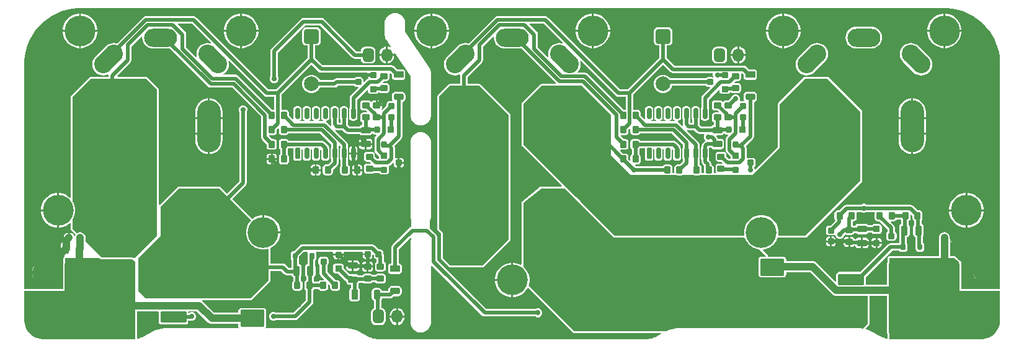
<source format=gtl>
G04*
G04 #@! TF.GenerationSoftware,Altium Limited,Altium Designer,21.1.1 (26)*
G04*
G04 Layer_Physical_Order=1*
G04 Layer_Color=255*
%FSLAX24Y24*%
%MOIN*%
G70*
G04*
G04 #@! TF.SameCoordinates,5E4DD114-A7E0-4D59-9A99-9927C2522E00*
G04*
G04*
G04 #@! TF.FilePolarity,Positive*
G04*
G01*
G75*
%ADD11C,0.0197*%
G04:AMPARAMS|DCode=16|XSize=35.4mil|YSize=51.2mil|CornerRadius=2.7mil|HoleSize=0mil|Usage=FLASHONLY|Rotation=270.000|XOffset=0mil|YOffset=0mil|HoleType=Round|Shape=RoundedRectangle|*
%AMROUNDEDRECTD16*
21,1,0.0354,0.0459,0,0,270.0*
21,1,0.0301,0.0512,0,0,270.0*
1,1,0.0053,-0.0229,-0.0151*
1,1,0.0053,-0.0229,0.0151*
1,1,0.0053,0.0229,0.0151*
1,1,0.0053,0.0229,-0.0151*
%
%ADD16ROUNDEDRECTD16*%
G04:AMPARAMS|DCode=17|XSize=35.4mil|YSize=51.2mil|CornerRadius=8.9mil|HoleSize=0mil|Usage=FLASHONLY|Rotation=270.000|XOffset=0mil|YOffset=0mil|HoleType=Round|Shape=RoundedRectangle|*
%AMROUNDEDRECTD17*
21,1,0.0354,0.0335,0,0,270.0*
21,1,0.0177,0.0512,0,0,270.0*
1,1,0.0177,-0.0167,-0.0089*
1,1,0.0177,-0.0167,0.0089*
1,1,0.0177,0.0167,0.0089*
1,1,0.0177,0.0167,-0.0089*
%
%ADD17ROUNDEDRECTD17*%
G04:AMPARAMS|DCode=18|XSize=37.4mil|YSize=33.5mil|CornerRadius=5mil|HoleSize=0mil|Usage=FLASHONLY|Rotation=0.000|XOffset=0mil|YOffset=0mil|HoleType=Round|Shape=RoundedRectangle|*
%AMROUNDEDRECTD18*
21,1,0.0374,0.0234,0,0,0.0*
21,1,0.0274,0.0335,0,0,0.0*
1,1,0.0100,0.0137,-0.0117*
1,1,0.0100,-0.0137,-0.0117*
1,1,0.0100,-0.0137,0.0117*
1,1,0.0100,0.0137,0.0117*
%
%ADD18ROUNDEDRECTD18*%
G04:AMPARAMS|DCode=19|XSize=31.5mil|YSize=35.4mil|CornerRadius=7.9mil|HoleSize=0mil|Usage=FLASHONLY|Rotation=90.000|XOffset=0mil|YOffset=0mil|HoleType=Round|Shape=RoundedRectangle|*
%AMROUNDEDRECTD19*
21,1,0.0315,0.0197,0,0,90.0*
21,1,0.0157,0.0354,0,0,90.0*
1,1,0.0157,0.0098,0.0079*
1,1,0.0157,0.0098,-0.0079*
1,1,0.0157,-0.0098,-0.0079*
1,1,0.0157,-0.0098,0.0079*
%
%ADD19ROUNDEDRECTD19*%
G04:AMPARAMS|DCode=20|XSize=31.5mil|YSize=35.4mil|CornerRadius=2.4mil|HoleSize=0mil|Usage=FLASHONLY|Rotation=90.000|XOffset=0mil|YOffset=0mil|HoleType=Round|Shape=RoundedRectangle|*
%AMROUNDEDRECTD20*
21,1,0.0315,0.0307,0,0,90.0*
21,1,0.0268,0.0354,0,0,90.0*
1,1,0.0047,0.0154,0.0134*
1,1,0.0047,0.0154,-0.0134*
1,1,0.0047,-0.0154,-0.0134*
1,1,0.0047,-0.0154,0.0134*
%
%ADD20ROUNDEDRECTD20*%
G04:AMPARAMS|DCode=21|XSize=31.5mil|YSize=31.5mil|CornerRadius=4.7mil|HoleSize=0mil|Usage=FLASHONLY|Rotation=90.000|XOffset=0mil|YOffset=0mil|HoleType=Round|Shape=RoundedRectangle|*
%AMROUNDEDRECTD21*
21,1,0.0315,0.0220,0,0,90.0*
21,1,0.0220,0.0315,0,0,90.0*
1,1,0.0094,0.0110,0.0110*
1,1,0.0094,0.0110,-0.0110*
1,1,0.0094,-0.0110,-0.0110*
1,1,0.0094,-0.0110,0.0110*
%
%ADD21ROUNDEDRECTD21*%
G04:AMPARAMS|DCode=22|XSize=35.4mil|YSize=51.2mil|CornerRadius=5.3mil|HoleSize=0mil|Usage=FLASHONLY|Rotation=90.000|XOffset=0mil|YOffset=0mil|HoleType=Round|Shape=RoundedRectangle|*
%AMROUNDEDRECTD22*
21,1,0.0354,0.0406,0,0,90.0*
21,1,0.0248,0.0512,0,0,90.0*
1,1,0.0106,0.0203,0.0124*
1,1,0.0106,0.0203,-0.0124*
1,1,0.0106,-0.0203,-0.0124*
1,1,0.0106,-0.0203,0.0124*
%
%ADD22ROUNDEDRECTD22*%
G04:AMPARAMS|DCode=23|XSize=31.5mil|YSize=35.4mil|CornerRadius=7.9mil|HoleSize=0mil|Usage=FLASHONLY|Rotation=180.000|XOffset=0mil|YOffset=0mil|HoleType=Round|Shape=RoundedRectangle|*
%AMROUNDEDRECTD23*
21,1,0.0315,0.0197,0,0,180.0*
21,1,0.0157,0.0354,0,0,180.0*
1,1,0.0157,-0.0079,0.0098*
1,1,0.0157,0.0079,0.0098*
1,1,0.0157,0.0079,-0.0098*
1,1,0.0157,-0.0079,-0.0098*
%
%ADD23ROUNDEDRECTD23*%
G04:AMPARAMS|DCode=24|XSize=31.5mil|YSize=35.4mil|CornerRadius=2.4mil|HoleSize=0mil|Usage=FLASHONLY|Rotation=180.000|XOffset=0mil|YOffset=0mil|HoleType=Round|Shape=RoundedRectangle|*
%AMROUNDEDRECTD24*
21,1,0.0315,0.0307,0,0,180.0*
21,1,0.0268,0.0354,0,0,180.0*
1,1,0.0047,-0.0134,0.0154*
1,1,0.0047,0.0134,0.0154*
1,1,0.0047,0.0134,-0.0154*
1,1,0.0047,-0.0134,-0.0154*
%
%ADD24ROUNDEDRECTD24*%
G04:AMPARAMS|DCode=25|XSize=37.4mil|YSize=33.5mil|CornerRadius=5mil|HoleSize=0mil|Usage=FLASHONLY|Rotation=270.000|XOffset=0mil|YOffset=0mil|HoleType=Round|Shape=RoundedRectangle|*
%AMROUNDEDRECTD25*
21,1,0.0374,0.0234,0,0,270.0*
21,1,0.0274,0.0335,0,0,270.0*
1,1,0.0100,-0.0117,-0.0137*
1,1,0.0100,-0.0117,0.0137*
1,1,0.0100,0.0117,0.0137*
1,1,0.0100,0.0117,-0.0137*
%
%ADD25ROUNDEDRECTD25*%
G04:AMPARAMS|DCode=26|XSize=23.6mil|YSize=57.1mil|CornerRadius=5.9mil|HoleSize=0mil|Usage=FLASHONLY|Rotation=180.000|XOffset=0mil|YOffset=0mil|HoleType=Round|Shape=RoundedRectangle|*
%AMROUNDEDRECTD26*
21,1,0.0236,0.0453,0,0,180.0*
21,1,0.0118,0.0571,0,0,180.0*
1,1,0.0118,-0.0059,0.0226*
1,1,0.0118,0.0059,0.0226*
1,1,0.0118,0.0059,-0.0226*
1,1,0.0118,-0.0059,-0.0226*
%
%ADD26ROUNDEDRECTD26*%
G04:AMPARAMS|DCode=27|XSize=23.6mil|YSize=57.1mil|CornerRadius=1.8mil|HoleSize=0mil|Usage=FLASHONLY|Rotation=180.000|XOffset=0mil|YOffset=0mil|HoleType=Round|Shape=RoundedRectangle|*
%AMROUNDEDRECTD27*
21,1,0.0236,0.0535,0,0,180.0*
21,1,0.0201,0.0571,0,0,180.0*
1,1,0.0035,-0.0100,0.0268*
1,1,0.0035,0.0100,0.0268*
1,1,0.0035,0.0100,-0.0268*
1,1,0.0035,-0.0100,-0.0268*
%
%ADD27ROUNDEDRECTD27*%
G04:AMPARAMS|DCode=28|XSize=421.3mil|YSize=378mil|CornerRadius=28.3mil|HoleSize=0mil|Usage=FLASHONLY|Rotation=270.000|XOffset=0mil|YOffset=0mil|HoleType=Round|Shape=RoundedRectangle|*
%AMROUNDEDRECTD28*
21,1,0.4213,0.3213,0,0,270.0*
21,1,0.3646,0.3780,0,0,270.0*
1,1,0.0567,-0.1606,-0.1823*
1,1,0.0567,-0.1606,0.1823*
1,1,0.0567,0.1606,0.1823*
1,1,0.0567,0.1606,-0.1823*
%
%ADD28ROUNDEDRECTD28*%
G04:AMPARAMS|DCode=29|XSize=63mil|YSize=137.8mil|CornerRadius=15.7mil|HoleSize=0mil|Usage=FLASHONLY|Rotation=270.000|XOffset=0mil|YOffset=0mil|HoleType=Round|Shape=RoundedRectangle|*
%AMROUNDEDRECTD29*
21,1,0.0630,0.1063,0,0,270.0*
21,1,0.0315,0.1378,0,0,270.0*
1,1,0.0315,-0.0531,-0.0157*
1,1,0.0315,-0.0531,0.0157*
1,1,0.0315,0.0531,0.0157*
1,1,0.0315,0.0531,-0.0157*
%
%ADD29ROUNDEDRECTD29*%
G04:AMPARAMS|DCode=30|XSize=63mil|YSize=137.8mil|CornerRadius=4.7mil|HoleSize=0mil|Usage=FLASHONLY|Rotation=270.000|XOffset=0mil|YOffset=0mil|HoleType=Round|Shape=RoundedRectangle|*
%AMROUNDEDRECTD30*
21,1,0.0630,0.1283,0,0,270.0*
21,1,0.0535,0.1378,0,0,270.0*
1,1,0.0094,-0.0642,-0.0268*
1,1,0.0094,-0.0642,0.0268*
1,1,0.0094,0.0642,0.0268*
1,1,0.0094,0.0642,-0.0268*
%
%ADD30ROUNDEDRECTD30*%
G04:AMPARAMS|DCode=31|XSize=90.6mil|YSize=129.9mil|CornerRadius=22.6mil|HoleSize=0mil|Usage=FLASHONLY|Rotation=90.000|XOffset=0mil|YOffset=0mil|HoleType=Round|Shape=RoundedRectangle|*
%AMROUNDEDRECTD31*
21,1,0.0906,0.0846,0,0,90.0*
21,1,0.0453,0.1299,0,0,90.0*
1,1,0.0453,0.0423,0.0226*
1,1,0.0453,0.0423,-0.0226*
1,1,0.0453,-0.0423,-0.0226*
1,1,0.0453,-0.0423,0.0226*
%
%ADD31ROUNDEDRECTD31*%
G04:AMPARAMS|DCode=32|XSize=90.6mil|YSize=129.9mil|CornerRadius=6.8mil|HoleSize=0mil|Usage=FLASHONLY|Rotation=90.000|XOffset=0mil|YOffset=0mil|HoleType=Round|Shape=RoundedRectangle|*
%AMROUNDEDRECTD32*
21,1,0.0906,0.1163,0,0,90.0*
21,1,0.0770,0.1299,0,0,90.0*
1,1,0.0136,0.0582,0.0385*
1,1,0.0136,0.0582,-0.0385*
1,1,0.0136,-0.0582,-0.0385*
1,1,0.0136,-0.0582,0.0385*
%
%ADD32ROUNDEDRECTD32*%
G04:AMPARAMS|DCode=33|XSize=35.4mil|YSize=51.2mil|CornerRadius=5.3mil|HoleSize=0mil|Usage=FLASHONLY|Rotation=0.000|XOffset=0mil|YOffset=0mil|HoleType=Round|Shape=RoundedRectangle|*
%AMROUNDEDRECTD33*
21,1,0.0354,0.0406,0,0,0.0*
21,1,0.0248,0.0512,0,0,0.0*
1,1,0.0106,0.0124,-0.0203*
1,1,0.0106,-0.0124,-0.0203*
1,1,0.0106,-0.0124,0.0203*
1,1,0.0106,0.0124,0.0203*
%
%ADD33ROUNDEDRECTD33*%
G04:AMPARAMS|DCode=34|XSize=24.8mil|YSize=32.7mil|CornerRadius=6.2mil|HoleSize=0mil|Usage=FLASHONLY|Rotation=0.000|XOffset=0mil|YOffset=0mil|HoleType=Round|Shape=RoundedRectangle|*
%AMROUNDEDRECTD34*
21,1,0.0248,0.0203,0,0,0.0*
21,1,0.0124,0.0327,0,0,0.0*
1,1,0.0124,0.0062,-0.0101*
1,1,0.0124,-0.0062,-0.0101*
1,1,0.0124,-0.0062,0.0101*
1,1,0.0124,0.0062,0.0101*
%
%ADD34ROUNDEDRECTD34*%
G04:AMPARAMS|DCode=35|XSize=24.8mil|YSize=32.7mil|CornerRadius=1.9mil|HoleSize=0mil|Usage=FLASHONLY|Rotation=0.000|XOffset=0mil|YOffset=0mil|HoleType=Round|Shape=RoundedRectangle|*
%AMROUNDEDRECTD35*
21,1,0.0248,0.0290,0,0,0.0*
21,1,0.0211,0.0327,0,0,0.0*
1,1,0.0037,0.0105,-0.0145*
1,1,0.0037,-0.0105,-0.0145*
1,1,0.0037,-0.0105,0.0145*
1,1,0.0037,0.0105,0.0145*
%
%ADD35ROUNDEDRECTD35*%
G04:AMPARAMS|DCode=36|XSize=31.5mil|YSize=31.5mil|CornerRadius=4.7mil|HoleSize=0mil|Usage=FLASHONLY|Rotation=180.000|XOffset=0mil|YOffset=0mil|HoleType=Round|Shape=RoundedRectangle|*
%AMROUNDEDRECTD36*
21,1,0.0315,0.0220,0,0,180.0*
21,1,0.0220,0.0315,0,0,180.0*
1,1,0.0094,-0.0110,0.0110*
1,1,0.0094,0.0110,0.0110*
1,1,0.0094,0.0110,-0.0110*
1,1,0.0094,-0.0110,-0.0110*
%
%ADD36ROUNDEDRECTD36*%
G04:AMPARAMS|DCode=37|XSize=35.4mil|YSize=51.2mil|CornerRadius=2.7mil|HoleSize=0mil|Usage=FLASHONLY|Rotation=0.000|XOffset=0mil|YOffset=0mil|HoleType=Round|Shape=RoundedRectangle|*
%AMROUNDEDRECTD37*
21,1,0.0354,0.0459,0,0,0.0*
21,1,0.0301,0.0512,0,0,0.0*
1,1,0.0053,0.0151,-0.0229*
1,1,0.0053,-0.0151,-0.0229*
1,1,0.0053,-0.0151,0.0229*
1,1,0.0053,0.0151,0.0229*
%
%ADD37ROUNDEDRECTD37*%
G04:AMPARAMS|DCode=38|XSize=35.4mil|YSize=51.2mil|CornerRadius=8.9mil|HoleSize=0mil|Usage=FLASHONLY|Rotation=0.000|XOffset=0mil|YOffset=0mil|HoleType=Round|Shape=RoundedRectangle|*
%AMROUNDEDRECTD38*
21,1,0.0354,0.0335,0,0,0.0*
21,1,0.0177,0.0512,0,0,0.0*
1,1,0.0177,0.0089,-0.0167*
1,1,0.0177,-0.0089,-0.0167*
1,1,0.0177,-0.0089,0.0167*
1,1,0.0177,0.0089,0.0167*
%
%ADD38ROUNDEDRECTD38*%
%ADD39C,0.0591*%
%ADD76C,0.2362*%
%ADD77C,0.1181*%
%ADD78C,0.0394*%
%ADD79C,0.0787*%
%ADD80C,0.1575*%
%ADD81O,0.0591X0.0709*%
G04:AMPARAMS|DCode=82|XSize=59.1mil|YSize=70.9mil|CornerRadius=14.8mil|HoleSize=0mil|Usage=FLASHONLY|Rotation=180.000|XOffset=0mil|YOffset=0mil|HoleType=Round|Shape=RoundedRectangle|*
%AMROUNDEDRECTD82*
21,1,0.0591,0.0413,0,0,180.0*
21,1,0.0295,0.0709,0,0,180.0*
1,1,0.0295,-0.0148,0.0207*
1,1,0.0295,0.0148,0.0207*
1,1,0.0295,0.0148,-0.0207*
1,1,0.0295,-0.0148,-0.0207*
%
%ADD82ROUNDEDRECTD82*%
%ADD83C,0.0945*%
G04:AMPARAMS|DCode=84|XSize=94.5mil|YSize=94.5mil|CornerRadius=9.4mil|HoleSize=0mil|Usage=FLASHONLY|Rotation=270.000|XOffset=0mil|YOffset=0mil|HoleType=Round|Shape=RoundedRectangle|*
%AMROUNDEDRECTD84*
21,1,0.0945,0.0756,0,0,270.0*
21,1,0.0756,0.0945,0,0,270.0*
1,1,0.0189,-0.0378,-0.0378*
1,1,0.0189,-0.0378,0.0378*
1,1,0.0189,0.0378,0.0378*
1,1,0.0189,0.0378,-0.0378*
%
%ADD84ROUNDEDRECTD84*%
%ADD85C,0.1654*%
%ADD86C,0.0787*%
G04:AMPARAMS|DCode=87|XSize=78.7mil|YSize=78.7mil|CornerRadius=11.8mil|HoleSize=0mil|Usage=FLASHONLY|Rotation=90.000|XOffset=0mil|YOffset=0mil|HoleType=Round|Shape=RoundedRectangle|*
%AMROUNDEDRECTD87*
21,1,0.0787,0.0551,0,0,90.0*
21,1,0.0551,0.0787,0,0,90.0*
1,1,0.0236,0.0276,0.0276*
1,1,0.0236,0.0276,-0.0276*
1,1,0.0236,-0.0276,-0.0276*
1,1,0.0236,-0.0276,0.0276*
%
%ADD87ROUNDEDRECTD87*%
G04:AMPARAMS|DCode=88|XSize=98.4mil|YSize=177.2mil|CornerRadius=49.2mil|HoleSize=0mil|Usage=FLASHONLY|Rotation=135.000|XOffset=0mil|YOffset=0mil|HoleType=Round|Shape=RoundedRectangle|*
%AMROUNDEDRECTD88*
21,1,0.0984,0.0787,0,0,135.0*
21,1,0.0000,0.1772,0,0,135.0*
1,1,0.0984,0.0278,0.0278*
1,1,0.0984,0.0278,0.0278*
1,1,0.0984,-0.0278,-0.0278*
1,1,0.0984,-0.0278,-0.0278*
%
%ADD88ROUNDEDRECTD88*%
%ADD89O,0.1772X0.0984*%
G04:AMPARAMS|DCode=90|XSize=98.4mil|YSize=177.2mil|CornerRadius=0mil|HoleSize=0mil|Usage=FLASHONLY|Rotation=45.000|XOffset=0mil|YOffset=0mil|HoleType=Round|Shape=Round|*
%AMOVALD90*
21,1,0.0787,0.0984,0.0000,0.0000,135.0*
1,1,0.0984,0.0278,-0.0278*
1,1,0.0984,-0.0278,0.0278*
%
%ADD90OVALD90*%

G04:AMPARAMS|DCode=91|XSize=126mil|YSize=196.9mil|CornerRadius=18.9mil|HoleSize=0mil|Usage=FLASHONLY|Rotation=0.000|XOffset=0mil|YOffset=0mil|HoleType=Round|Shape=RoundedRectangle|*
%AMROUNDEDRECTD91*
21,1,0.1260,0.1591,0,0,0.0*
21,1,0.0882,0.1969,0,0,0.0*
1,1,0.0378,0.0441,-0.0795*
1,1,0.0378,-0.0441,-0.0795*
1,1,0.0378,-0.0441,0.0795*
1,1,0.0378,0.0441,0.0795*
%
%ADD91ROUNDEDRECTD91*%
G04:AMPARAMS|DCode=92|XSize=126mil|YSize=196.9mil|CornerRadius=63mil|HoleSize=0mil|Usage=FLASHONLY|Rotation=0.000|XOffset=0mil|YOffset=0mil|HoleType=Round|Shape=RoundedRectangle|*
%AMROUNDEDRECTD92*
21,1,0.1260,0.0709,0,0,0.0*
21,1,0.0000,0.1969,0,0,0.0*
1,1,0.1260,0.0000,-0.0354*
1,1,0.1260,0.0000,-0.0354*
1,1,0.1260,0.0000,0.0354*
1,1,0.1260,0.0000,0.0354*
%
%ADD92ROUNDEDRECTD92*%
%ADD93C,0.0984*%
%ADD94C,0.0157*%
%ADD95C,0.0276*%
G36*
X2711Y-2010D02*
X2684Y-2055D01*
X2635Y-2040D01*
X2519Y-2028D01*
X2404Y-2040D01*
X2292Y-2073D01*
X2190Y-2128D01*
X2100Y-2202D01*
X2026Y-2292D01*
X1971Y-2395D01*
X1937Y-2506D01*
X1926Y-2622D01*
X1937Y-2737D01*
X1949Y-2776D01*
X1905Y-2802D01*
X1382Y-2279D01*
Y-1575D01*
X1367Y-1498D01*
X1323Y-1433D01*
X924Y-1034D01*
X944Y-988D01*
X1689D01*
X2711Y-2010D01*
D02*
G37*
G36*
X-16187D02*
X-16213Y-2055D01*
X-16262Y-2040D01*
X-16378Y-2028D01*
X-16494Y-2040D01*
X-16605Y-2073D01*
X-16708Y-2128D01*
X-16798Y-2202D01*
X-16872Y-2292D01*
X-16926Y-2395D01*
X-16960Y-2506D01*
X-16972Y-2622D01*
X-16960Y-2737D01*
X-16949Y-2776D01*
X-16993Y-2802D01*
X-17516Y-2279D01*
Y-1575D01*
X-17531Y-1498D01*
X-17575Y-1433D01*
X-17973Y-1034D01*
X-17954Y-988D01*
X-17209D01*
X-16187Y-2010D01*
D02*
G37*
G36*
X23667Y-189D02*
X23956Y-247D01*
X24237Y-332D01*
X24508Y-444D01*
X24767Y-583D01*
X25011Y-746D01*
X25238Y-932D01*
X25446Y-1140D01*
X25632Y-1367D01*
X25795Y-1611D01*
X25934Y-1870D01*
X26046Y-2141D01*
X26131Y-2422D01*
X26189Y-2711D01*
X26217Y-3003D01*
X26217Y-3150D01*
Y-15254D01*
X24137D01*
Y-13925D01*
X24124Y-13826D01*
X24086Y-13733D01*
X24024Y-13653D01*
X23945Y-13592D01*
X23893Y-13570D01*
X23834Y-13512D01*
X23802Y-13490D01*
X23763Y-13482D01*
X23546D01*
Y-13091D01*
X23546Y-13091D01*
X23536Y-13013D01*
X23527Y-12991D01*
Y-12888D01*
X23526Y-12886D01*
Y-12685D01*
X23530Y-12684D01*
X23576Y-12677D01*
X23603Y-12716D01*
X23651Y-12749D01*
X23709Y-12760D01*
X23713D01*
X23740Y-12810D01*
X23728Y-12828D01*
X23716Y-12888D01*
Y-13041D01*
X23996D01*
X24276D01*
Y-12888D01*
X24264Y-12828D01*
X24230Y-12777D01*
X24180Y-12744D01*
X24120Y-12732D01*
X24085D01*
X24059Y-12682D01*
X24068Y-12668D01*
X24079Y-12610D01*
Y-12549D01*
X23819D01*
Y-12500D01*
X23770D01*
Y-12240D01*
X23709D01*
X23651Y-12251D01*
X23603Y-12284D01*
X23570Y-12332D01*
X23559Y-12390D01*
Y-12395D01*
X23509Y-12405D01*
X23486Y-12351D01*
X23477Y-12339D01*
X23476Y-12333D01*
X23444Y-12285D01*
X23395Y-12253D01*
X23389Y-12251D01*
X23377Y-12242D01*
X23305Y-12212D01*
X23228Y-12202D01*
X23151Y-12212D01*
X23079Y-12242D01*
X23067Y-12251D01*
X23061Y-12253D01*
X23013Y-12285D01*
X22981Y-12333D01*
X22980Y-12339D01*
X22970Y-12351D01*
X22941Y-12423D01*
X22931Y-12500D01*
Y-13071D01*
X22941Y-13148D01*
X22950Y-13171D01*
Y-13482D01*
X20276D01*
X20237Y-13490D01*
X20205Y-13512D01*
X20183Y-13544D01*
X20175Y-13583D01*
Y-13806D01*
X20167Y-13826D01*
X20154Y-13925D01*
Y-15021D01*
X19003D01*
X18999Y-15016D01*
Y-14616D01*
X20422Y-13193D01*
X20795D01*
X20814Y-13221D01*
X20853Y-13247D01*
X20899Y-13256D01*
X21109D01*
X21155Y-13247D01*
X21194Y-13221D01*
X21220Y-13183D01*
X21229Y-13137D01*
Y-12847D01*
X21220Y-12802D01*
X21205Y-12779D01*
Y-12464D01*
X21207D01*
X21266Y-12452D01*
X21316Y-12418D01*
X21349Y-12368D01*
X21361Y-12309D01*
Y-11904D01*
X21349Y-11844D01*
X21316Y-11794D01*
X21308Y-11789D01*
Y-11595D01*
X21356Y-11563D01*
X21389Y-11514D01*
X21401Y-11456D01*
Y-11267D01*
X21447Y-11248D01*
X21513Y-11314D01*
Y-11456D01*
X21524Y-11514D01*
X21557Y-11563D01*
X21605Y-11595D01*
Y-11789D01*
X21597Y-11794D01*
X21564Y-11844D01*
X21552Y-11904D01*
Y-12309D01*
X21564Y-12368D01*
X21597Y-12418D01*
X21648Y-12452D01*
X21683Y-12459D01*
Y-12967D01*
X21684Y-12970D01*
Y-13094D01*
X21696Y-13156D01*
X21732Y-13209D01*
X21785Y-13245D01*
X21847Y-13257D01*
X21971D01*
X22034Y-13245D01*
X22087Y-13209D01*
X22123Y-13156D01*
X22135Y-13094D01*
Y-12891D01*
X22123Y-12828D01*
X22087Y-12775D01*
X22085Y-12773D01*
Y-12388D01*
X22097Y-12368D01*
X22109Y-12309D01*
Y-11904D01*
X22097Y-11844D01*
X22064Y-11794D01*
X22014Y-11761D01*
X22007Y-11759D01*
Y-11561D01*
X22039Y-11514D01*
X22050Y-11456D01*
Y-11182D01*
X22039Y-11124D01*
X22006Y-11075D01*
X21957Y-11042D01*
X21899Y-11031D01*
X21797D01*
X21549Y-10783D01*
X21484Y-10740D01*
X21407Y-10724D01*
X19051D01*
X19031Y-10705D01*
X18945Y-10669D01*
X18851D01*
X18764Y-10705D01*
X18745Y-10724D01*
X17963D01*
X17886Y-10740D01*
X17821Y-10783D01*
X17573Y-11031D01*
X17471D01*
X17413Y-11042D01*
X17364Y-11075D01*
X17331Y-11124D01*
X17320Y-11182D01*
Y-11456D01*
X17331Y-11514D01*
X17364Y-11563D01*
X17341Y-11607D01*
X17101Y-11848D01*
X17016D01*
X16959Y-11859D01*
X16911Y-11891D01*
X16879Y-11939D01*
X16867Y-11996D01*
Y-12217D01*
X16879Y-12273D01*
X16911Y-12322D01*
X16959Y-12354D01*
X17016Y-12365D01*
X17236D01*
X17293Y-12354D01*
X17312Y-12341D01*
X17362Y-12368D01*
Y-12370D01*
X17398Y-12457D01*
X17465Y-12523D01*
X17551Y-12559D01*
X17645D01*
X17732Y-12523D01*
X17799Y-12457D01*
X17834Y-12371D01*
X17889Y-12316D01*
X17915Y-12334D01*
X17973Y-12345D01*
X18247D01*
X18305Y-12334D01*
X18354Y-12301D01*
X18386Y-12253D01*
X18482D01*
X18487Y-12261D01*
X18537Y-12294D01*
X18596Y-12306D01*
X19002D01*
X19061Y-12294D01*
X19111Y-12261D01*
X19133Y-12228D01*
X19325D01*
X19339Y-12248D01*
X19379Y-12275D01*
X19427Y-12285D01*
X19734D01*
X19781Y-12275D01*
X19822Y-12248D01*
X19849Y-12208D01*
X19858Y-12160D01*
Y-11893D01*
X19849Y-11845D01*
X19822Y-11805D01*
X19781Y-11778D01*
X19734Y-11768D01*
X19427D01*
X19379Y-11778D01*
X19339Y-11805D01*
X19324Y-11826D01*
X19133D01*
X19111Y-11794D01*
X19061Y-11761D01*
X19002Y-11749D01*
X18596D01*
X18537Y-11761D01*
X18487Y-11794D01*
X18454Y-11844D01*
X18452Y-11851D01*
X18353D01*
X18311Y-11824D01*
Y-11607D01*
X18355D01*
X18413Y-11596D01*
X18462Y-11563D01*
X18495Y-11514D01*
X18507Y-11456D01*
Y-11182D01*
X18503Y-11165D01*
X18535Y-11126D01*
X18812D01*
X18851Y-11142D01*
X18945D01*
X18983Y-11126D01*
X19457D01*
X19489Y-11165D01*
X19485Y-11182D01*
Y-11456D01*
X19497Y-11514D01*
X19530Y-11563D01*
X19579Y-11596D01*
X19637Y-11607D01*
X19739D01*
X20168Y-12037D01*
Y-12191D01*
X20154Y-12200D01*
X20115Y-12259D01*
X20101Y-12328D01*
Y-12485D01*
X20115Y-12554D01*
X20154Y-12613D01*
X20213Y-12652D01*
X20282Y-12666D01*
X20479D01*
X20548Y-12652D01*
X20606Y-12613D01*
X20646Y-12554D01*
X20659Y-12485D01*
Y-12328D01*
X20646Y-12259D01*
X20606Y-12200D01*
X20570Y-12176D01*
Y-11954D01*
X20555Y-11877D01*
X20511Y-11812D01*
X20353Y-11653D01*
X20372Y-11607D01*
X20521D01*
X20579Y-11596D01*
X20628Y-11563D01*
X20657Y-11520D01*
X20879D01*
X20907Y-11561D01*
Y-11759D01*
X20900Y-11761D01*
X20849Y-11794D01*
X20816Y-11844D01*
X20804Y-11904D01*
Y-12181D01*
X20803Y-12185D01*
Y-12779D01*
X20795Y-12791D01*
X20339D01*
X20262Y-12807D01*
X20197Y-12850D01*
X18715Y-14332D01*
X17567D01*
X17510Y-14343D01*
X17462Y-14375D01*
X17430Y-14423D01*
X17418Y-14480D01*
Y-14845D01*
X17372Y-14864D01*
X16352Y-13845D01*
X16291Y-13797D01*
X16219Y-13767D01*
X16142Y-13757D01*
X14728D01*
Y-13690D01*
X14715Y-13625D01*
X14678Y-13570D01*
X14623Y-13533D01*
X14558Y-13520D01*
X13774D01*
X13732Y-13474D01*
X13724Y-13436D01*
X13703Y-13403D01*
X13703Y-13403D01*
X13478Y-13179D01*
X13498Y-13127D01*
X13656Y-13096D01*
X13825Y-13026D01*
X13977Y-12925D01*
X14106Y-12796D01*
X14207Y-12644D01*
X14255Y-12527D01*
X14291Y-12494D01*
X14305Y-12497D01*
X14320Y-12501D01*
X14325Y-12501D01*
X14329Y-12502D01*
X15748D01*
X15786Y-12494D01*
X15819Y-12473D01*
X18772Y-9520D01*
X18793Y-9487D01*
X18801Y-9449D01*
X18801Y-5709D01*
X18793Y-5670D01*
X18772Y-5638D01*
X17000Y-3866D01*
X16968Y-3844D01*
X16929Y-3837D01*
X15748D01*
X15710Y-3844D01*
X15677Y-3866D01*
X14299Y-5244D01*
X14277Y-5277D01*
X14270Y-5315D01*
Y-7636D01*
X13078Y-8828D01*
X13029Y-8806D01*
X12999Y-8733D01*
Y-8695D01*
X13028Y-8676D01*
X13067Y-8617D01*
X13081Y-8548D01*
Y-8391D01*
X13067Y-8322D01*
X13028Y-8263D01*
X12969Y-8224D01*
X12900Y-8210D01*
X12703D01*
X12652Y-8220D01*
X12602Y-8190D01*
Y-7681D01*
X12587Y-7604D01*
X12565Y-7571D01*
X12937Y-7198D01*
X12981Y-7133D01*
X12996Y-7056D01*
Y-5204D01*
X13036Y-5196D01*
X13097Y-5155D01*
X13139Y-5093D01*
X13153Y-5020D01*
Y-4843D01*
X13139Y-4770D01*
X13097Y-4708D01*
X13036Y-4666D01*
X12963Y-4652D01*
X12628D01*
X12555Y-4666D01*
X12493Y-4708D01*
X12452Y-4770D01*
X12437Y-4843D01*
Y-5020D01*
X12452Y-5093D01*
X12460Y-5105D01*
X12433Y-5155D01*
X12291D01*
X12259Y-5161D01*
X12223Y-5118D01*
X12244Y-5067D01*
Y-4973D01*
X12208Y-4886D01*
X12142Y-4819D01*
X12055Y-4783D01*
X11961D01*
X11874Y-4819D01*
X11808Y-4886D01*
X11779Y-4955D01*
X11619Y-5115D01*
X11477D01*
X11419Y-5127D01*
X11370Y-5160D01*
X11347Y-5195D01*
X11339Y-5197D01*
X11298D01*
X11291Y-5195D01*
X11268Y-5160D01*
X11218Y-5127D01*
X11160Y-5115D01*
X10887D01*
X10829Y-5127D01*
X10780Y-5160D01*
X10747Y-5209D01*
X10735Y-5267D01*
Y-5501D01*
X10747Y-5559D01*
X10780Y-5608D01*
X10829Y-5641D01*
X10887Y-5653D01*
X11028D01*
X11094Y-5719D01*
X11075Y-5765D01*
X10887D01*
X10829Y-5776D01*
X10780Y-5809D01*
X10747Y-5858D01*
X10735Y-5916D01*
Y-6151D01*
X10747Y-6209D01*
X10780Y-6258D01*
X10823Y-6287D01*
Y-6434D01*
X10821D01*
X10762Y-6446D01*
X10712Y-6479D01*
X10690Y-6512D01*
X10142D01*
X10059Y-6429D01*
Y-6115D01*
X10066Y-6105D01*
X10078Y-6043D01*
Y-5591D01*
X10066Y-5529D01*
X10031Y-5477D01*
X9979Y-5442D01*
X9917Y-5430D01*
X9799D01*
X9738Y-5442D01*
X9686Y-5477D01*
X9651Y-5529D01*
X9639Y-5591D01*
Y-6043D01*
X9651Y-6105D01*
X9658Y-6115D01*
Y-6311D01*
X9559D01*
Y-6115D01*
X9566Y-6105D01*
X9578Y-6043D01*
Y-5591D01*
X9566Y-5529D01*
X9531Y-5477D01*
X9479Y-5442D01*
X9417Y-5430D01*
X9299D01*
X9238Y-5442D01*
X9186Y-5477D01*
X9151Y-5529D01*
X9139Y-5591D01*
Y-6043D01*
X9151Y-6105D01*
X9158Y-6115D01*
Y-6396D01*
X9169Y-6452D01*
X9122Y-6476D01*
X8941Y-6295D01*
X8879Y-6254D01*
X8879Y-6250D01*
X8909Y-6204D01*
X8917D01*
X8979Y-6192D01*
X9031Y-6157D01*
X9066Y-6105D01*
X9078Y-6043D01*
Y-5591D01*
X9066Y-5529D01*
X9031Y-5477D01*
X8979Y-5442D01*
X8917Y-5430D01*
X8799D01*
X8738Y-5442D01*
X8686Y-5477D01*
X8651Y-5529D01*
X8639Y-5591D01*
Y-6043D01*
X8651Y-6105D01*
X8686Y-6157D01*
X8730Y-6186D01*
X8727Y-6222D01*
X8721Y-6236D01*
X8495D01*
X8490Y-6222D01*
X8487Y-6186D01*
X8531Y-6157D01*
X8566Y-6105D01*
X8578Y-6043D01*
Y-5591D01*
X8566Y-5529D01*
X8531Y-5477D01*
X8479Y-5442D01*
X8417Y-5430D01*
X8299D01*
X8238Y-5442D01*
X8186Y-5477D01*
X8151Y-5529D01*
X8139Y-5591D01*
Y-6043D01*
X8151Y-6105D01*
X8186Y-6157D01*
X8230Y-6186D01*
X8227Y-6222D01*
X8221Y-6236D01*
X7995D01*
X7990Y-6222D01*
X7987Y-6186D01*
X8031Y-6157D01*
X8066Y-6105D01*
X8078Y-6043D01*
Y-5591D01*
X8066Y-5529D01*
X8031Y-5477D01*
X7979Y-5442D01*
X7917Y-5430D01*
X7799D01*
X7738Y-5442D01*
X7686Y-5477D01*
X7651Y-5529D01*
X7639Y-5591D01*
Y-6043D01*
X7651Y-6105D01*
X7686Y-6157D01*
X7730Y-6186D01*
X7727Y-6222D01*
X7721Y-6236D01*
X7495D01*
X7490Y-6222D01*
X7487Y-6186D01*
X7531Y-6157D01*
X7566Y-6105D01*
X7578Y-6043D01*
Y-5591D01*
X7566Y-5529D01*
X7531Y-5477D01*
X7479Y-5442D01*
X7417Y-5430D01*
X7299D01*
X7238Y-5442D01*
X7186Y-5477D01*
X7151Y-5529D01*
X7139Y-5591D01*
Y-6043D01*
X7149Y-6096D01*
X7124Y-6118D01*
X7108Y-6125D01*
X6893Y-5910D01*
Y-5769D01*
X6881Y-5711D01*
X6848Y-5662D01*
X6799Y-5629D01*
X6741Y-5617D01*
X6507D01*
X6500Y-5611D01*
Y-4808D01*
X8110Y-3197D01*
X8499Y-3586D01*
X8564Y-3629D01*
X8641Y-3645D01*
X10763D01*
X10790Y-3686D01*
X10787Y-3693D01*
Y-3787D01*
X10809Y-3840D01*
X10771Y-3879D01*
X10722Y-3869D01*
X10525D01*
X10456Y-3883D01*
X10397Y-3922D01*
X10394Y-3928D01*
X8502D01*
X8412Y-3838D01*
X8300Y-3774D01*
X8175Y-3740D01*
X8045D01*
X7920Y-3774D01*
X7808Y-3838D01*
X7716Y-3930D01*
X7652Y-4042D01*
X7618Y-4167D01*
Y-4297D01*
X7652Y-4422D01*
X7716Y-4534D01*
X7808Y-4626D01*
X7920Y-4691D01*
X8045Y-4724D01*
X8175D01*
X8300Y-4691D01*
X8412Y-4626D01*
X8504Y-4534D01*
X8569Y-4422D01*
X8594Y-4330D01*
X10394D01*
X10397Y-4335D01*
X10456Y-4374D01*
X10525Y-4388D01*
X10617D01*
X10636Y-4434D01*
X10216Y-4854D01*
X10173Y-4919D01*
X10158Y-4996D01*
Y-5519D01*
X10151Y-5529D01*
X10139Y-5591D01*
Y-6043D01*
X10151Y-6105D01*
X10186Y-6157D01*
X10238Y-6192D01*
X10299Y-6204D01*
X10417D01*
X10479Y-6192D01*
X10531Y-6157D01*
X10566Y-6105D01*
X10578Y-6043D01*
Y-5591D01*
X10566Y-5529D01*
X10559Y-5519D01*
Y-5079D01*
X11099Y-4539D01*
X11146Y-4558D01*
Y-4643D01*
X11155Y-4690D01*
X11182Y-4731D01*
X11222Y-4758D01*
X11270Y-4767D01*
X11577D01*
X11625Y-4758D01*
X11665Y-4731D01*
X11692Y-4690D01*
X11693Y-4684D01*
X11766D01*
X11813Y-4716D01*
X11871Y-4727D01*
X12145D01*
X12203Y-4716D01*
X12252Y-4683D01*
X12285Y-4634D01*
X12296Y-4576D01*
Y-4342D01*
X12285Y-4284D01*
X12252Y-4234D01*
X12203Y-4202D01*
X12145Y-4190D01*
X11956D01*
X11937Y-4144D01*
X12003Y-4078D01*
X12145D01*
X12203Y-4066D01*
X12252Y-4033D01*
X12285Y-3984D01*
X12296Y-3926D01*
Y-3692D01*
X12339Y-3667D01*
X12368Y-3666D01*
X12438Y-3736D01*
Y-3881D01*
X12448Y-3930D01*
X12476Y-3971D01*
X12517Y-3999D01*
X12566Y-4008D01*
X13025D01*
X13073Y-3999D01*
X13115Y-3971D01*
X13142Y-3930D01*
X13152Y-3881D01*
Y-3580D01*
X13142Y-3531D01*
X13115Y-3490D01*
X13073Y-3462D01*
X13025Y-3452D01*
X12722D01*
X12572Y-3302D01*
X12507Y-3258D01*
X12430Y-3243D01*
X8724D01*
X8311Y-2830D01*
Y-2170D01*
X8386D01*
X8470Y-2153D01*
X8542Y-2105D01*
X8590Y-2033D01*
X8607Y-1949D01*
Y-1398D01*
X8590Y-1313D01*
X8542Y-1242D01*
X8470Y-1194D01*
X8386Y-1177D01*
X7835D01*
X7750Y-1194D01*
X7679Y-1242D01*
X7631Y-1313D01*
X7614Y-1398D01*
Y-1949D01*
X7631Y-2033D01*
X7679Y-2105D01*
X7750Y-2153D01*
X7835Y-2170D01*
X7910D01*
Y-2830D01*
X6216Y-4524D01*
X5792D01*
X1914Y-645D01*
X1848Y-602D01*
X1772Y-587D01*
X-787D01*
X-864Y-602D01*
X-929Y-645D01*
X-2342Y-2058D01*
X-2404Y-2040D01*
X-2519Y-2028D01*
X-2635Y-2040D01*
X-2747Y-2073D01*
X-2849Y-2128D01*
X-2939Y-2202D01*
X-3496Y-2759D01*
X-3570Y-2849D01*
X-3624Y-2951D01*
X-3658Y-3063D01*
X-3670Y-3178D01*
X-3658Y-3294D01*
X-3624Y-3406D01*
X-3570Y-3508D01*
X-3496Y-3598D01*
X-3406Y-3672D01*
X-3303Y-3727D01*
X-3192Y-3760D01*
X-3076Y-3772D01*
X-2960Y-3760D01*
X-2849Y-3727D01*
X-2838Y-3721D01*
X-2794Y-3754D01*
X-2799Y-3780D01*
Y-4230D01*
X-3346D01*
X-3385Y-4238D01*
X-3417Y-4260D01*
X-4008Y-4850D01*
X-4030Y-4883D01*
X-4037Y-4921D01*
Y-12008D01*
X-4030Y-12046D01*
X-4008Y-12079D01*
X-3841Y-12246D01*
X-3841Y-13583D01*
X-3833Y-13621D01*
X-3811Y-13654D01*
X-3417Y-14047D01*
X-3385Y-14069D01*
X-3346Y-14077D01*
X-1575D01*
X-1536Y-14069D01*
X-1504Y-14047D01*
X-126Y-12669D01*
X-104Y-12637D01*
X-97Y-12598D01*
X-97Y-5906D01*
X-104Y-5867D01*
X-126Y-5835D01*
X-1701Y-4260D01*
X-1733Y-4238D01*
X-1772Y-4230D01*
X-2398D01*
Y-3863D01*
X-1630Y-3095D01*
X-1586Y-3030D01*
X-1571Y-2953D01*
Y-2217D01*
X-1031Y-1677D01*
X-983Y-1699D01*
X-987Y-1741D01*
X-976Y-1857D01*
X-942Y-1968D01*
X-887Y-2071D01*
X-813Y-2161D01*
X-723Y-2235D01*
X-621Y-2289D01*
X-509Y-2323D01*
X-394Y-2335D01*
X394D01*
X498Y-2324D01*
X2354Y-4180D01*
X2333Y-4230D01*
X1575D01*
X1536Y-4238D01*
X1504Y-4260D01*
X520Y-5244D01*
X498Y-5277D01*
X490Y-5315D01*
Y-7480D01*
X498Y-7519D01*
X520Y-7551D01*
X2664Y-9696D01*
X2645Y-9742D01*
X1575D01*
X1561Y-9745D01*
X1547Y-9746D01*
X1542Y-9749D01*
X1536Y-9750D01*
X1525Y-9758D01*
X1512Y-9764D01*
X528Y-10552D01*
X524Y-10556D01*
X520Y-10559D01*
X512Y-10571D01*
X503Y-10582D01*
X501Y-10587D01*
X498Y-10592D01*
X495Y-10605D01*
X491Y-10619D01*
X491Y-10624D01*
X490Y-10630D01*
Y-13924D01*
X446Y-13947D01*
X439Y-13942D01*
X270Y-13873D01*
X91Y-13837D01*
X49D01*
Y-14764D01*
Y-15691D01*
X91D01*
X270Y-15655D01*
X439Y-15585D01*
X591Y-15484D01*
X720Y-15355D01*
X820Y-15205D01*
X829Y-15196D01*
X873Y-15188D01*
X3137Y-17452D01*
X3137Y-17452D01*
X3275Y-17591D01*
X3308Y-17612D01*
X3346Y-17620D01*
X7993D01*
X8004Y-17669D01*
X7658Y-17842D01*
X7605Y-17868D01*
X7494Y-17909D01*
X7378Y-17936D01*
X7261Y-17950D01*
X-7261D01*
X-7378Y-17936D01*
X-7494Y-17909D01*
X-7605Y-17868D01*
X-7658Y-17842D01*
X-8340Y-17501D01*
X-8343Y-17500D01*
X-8344Y-17499D01*
X-8407Y-17470D01*
X-8413Y-17468D01*
X-8419Y-17465D01*
X-8548Y-17418D01*
X-8557Y-17417D01*
X-8566Y-17413D01*
X-8699Y-17381D01*
X-8708Y-17381D01*
X-8717Y-17378D01*
X-8853Y-17362D01*
X-8860Y-17363D01*
X-8867Y-17361D01*
X-8936Y-17359D01*
X-8938Y-17360D01*
X-8940Y-17359D01*
X-13230D01*
X-13257Y-17309D01*
X-13238Y-17280D01*
X-13225Y-17216D01*
Y-16446D01*
X-13238Y-16381D01*
X-13275Y-16326D01*
X-13330Y-16289D01*
X-13395Y-16276D01*
X-14558D01*
X-14623Y-16289D01*
X-14678Y-16326D01*
X-14715Y-16381D01*
X-14728Y-16446D01*
Y-16533D01*
X-16018D01*
X-16620Y-15931D01*
X-16663Y-15898D01*
X-16646Y-15848D01*
X-14055D01*
X-14017Y-15841D01*
X-13984Y-15819D01*
X-13015Y-14850D01*
X-12993Y-14817D01*
X-12985Y-14779D01*
Y-14276D01*
X-12426D01*
X-12245Y-14456D01*
X-12180Y-14499D01*
X-12104Y-14515D01*
X-11865D01*
X-11861Y-14534D01*
X-11828Y-14584D01*
X-11778Y-14617D01*
X-11771Y-14619D01*
Y-14817D01*
X-11802Y-14864D01*
X-11814Y-14922D01*
Y-15196D01*
X-11802Y-15254D01*
X-11770Y-15303D01*
X-11720Y-15336D01*
X-11662Y-15347D01*
X-11428D01*
X-11370Y-15336D01*
X-11321Y-15303D01*
X-11288Y-15254D01*
X-11277Y-15196D01*
Y-14922D01*
X-11288Y-14864D01*
X-11321Y-14815D01*
X-11369Y-14783D01*
Y-14589D01*
X-11361Y-14584D01*
X-11328Y-14534D01*
X-11316Y-14474D01*
Y-14069D01*
X-11328Y-14010D01*
X-11361Y-13960D01*
X-11411Y-13926D01*
X-11447Y-13919D01*
Y-13510D01*
X-11448Y-13506D01*
Y-13503D01*
X-11194Y-13249D01*
X-11014D01*
X-10987Y-13289D01*
X-10984Y-13299D01*
X-10992Y-13339D01*
Y-13451D01*
X-10994Y-13459D01*
X-10992Y-13467D01*
Y-13502D01*
X-10994Y-13510D01*
Y-13919D01*
X-11030Y-13926D01*
X-11080Y-13960D01*
X-11113Y-14010D01*
X-11125Y-14069D01*
Y-14474D01*
X-11113Y-14534D01*
X-11080Y-14584D01*
X-11072Y-14589D01*
Y-14783D01*
X-11120Y-14815D01*
X-11153Y-14864D01*
X-11164Y-14922D01*
Y-15196D01*
X-11153Y-15254D01*
X-11120Y-15303D01*
X-11096Y-15319D01*
Y-15871D01*
X-11757Y-16532D01*
X-12702D01*
X-12788Y-16496D01*
X-12882D01*
X-12968Y-16532D01*
X-13035Y-16598D01*
X-13071Y-16685D01*
Y-16779D01*
X-13035Y-16866D01*
X-12968Y-16933D01*
X-12882Y-16968D01*
X-12788D01*
X-12702Y-16933D01*
X-11674D01*
X-11597Y-16918D01*
X-11532Y-16874D01*
X-10754Y-16096D01*
X-10710Y-16031D01*
X-10695Y-15954D01*
Y-15319D01*
X-10671Y-15303D01*
X-10642Y-15260D01*
X-10421D01*
X-10392Y-15303D01*
X-10342Y-15336D01*
X-10284Y-15347D01*
X-10050D01*
X-9992Y-15336D01*
X-9943Y-15303D01*
X-9910Y-15254D01*
X-9899Y-15196D01*
Y-15008D01*
X-9852Y-14988D01*
X-9786Y-15055D01*
Y-15196D01*
X-9775Y-15254D01*
X-9742Y-15303D01*
X-9693Y-15336D01*
X-9635Y-15347D01*
X-9401D01*
X-9343Y-15336D01*
X-9293Y-15303D01*
X-9261Y-15254D01*
X-9249Y-15196D01*
Y-14922D01*
X-9261Y-14864D01*
X-9293Y-14815D01*
X-9343Y-14782D01*
X-9401Y-14771D01*
X-9503D01*
X-9943Y-14330D01*
Y-13998D01*
X-9918Y-13981D01*
X-9879Y-13922D01*
X-9865Y-13853D01*
Y-13836D01*
X-9865Y-13834D01*
X-9865Y-13832D01*
Y-13696D01*
X-9879Y-13627D01*
X-9918Y-13568D01*
X-9977Y-13529D01*
X-10046Y-13515D01*
X-10243D01*
X-10312Y-13529D01*
X-10370Y-13568D01*
X-10409Y-13627D01*
X-10423Y-13696D01*
Y-13853D01*
X-10409Y-13922D01*
X-10370Y-13981D01*
X-10345Y-13998D01*
Y-14413D01*
X-10330Y-14490D01*
X-10286Y-14555D01*
X-10116Y-14725D01*
X-10136Y-14771D01*
X-10284D01*
X-10342Y-14782D01*
X-10392Y-14815D01*
X-10421Y-14858D01*
X-10642D01*
X-10670Y-14817D01*
Y-14619D01*
X-10663Y-14617D01*
X-10613Y-14584D01*
X-10580Y-14534D01*
X-10568Y-14474D01*
Y-14069D01*
X-10580Y-14010D01*
X-10593Y-13990D01*
Y-13723D01*
X-10578Y-13713D01*
X-10552Y-13675D01*
X-10543Y-13629D01*
Y-13339D01*
X-10551Y-13299D01*
X-10549Y-13289D01*
X-10522Y-13249D01*
X-9660D01*
X-9619Y-13299D01*
X-9625Y-13326D01*
Y-13355D01*
X-9344D01*
X-9063D01*
Y-13326D01*
X-9069Y-13299D01*
X-9028Y-13249D01*
X-8058D01*
X-8036Y-13276D01*
Y-13337D01*
X-7776D01*
Y-13386D01*
X-7726D01*
Y-13646D01*
X-7665D01*
X-7608Y-13635D01*
X-7559Y-13602D01*
X-7527Y-13554D01*
X-7515Y-13496D01*
Y-13434D01*
X-7465Y-13409D01*
X-7444Y-13426D01*
Y-13496D01*
X-7432Y-13553D01*
X-7400Y-13601D01*
X-7352Y-13633D01*
X-7295Y-13645D01*
X-7287D01*
Y-13792D01*
X-7331Y-13821D01*
X-7363Y-13870D01*
X-7375Y-13928D01*
Y-14162D01*
X-7363Y-14220D01*
X-7331Y-14270D01*
X-7281Y-14302D01*
X-7223Y-14314D01*
X-6950D01*
X-6892Y-14302D01*
X-6843Y-14270D01*
X-6810Y-14220D01*
X-6798Y-14162D01*
Y-13928D01*
X-6810Y-13870D01*
X-6843Y-13821D01*
X-6886Y-13792D01*
Y-13484D01*
X-6901Y-13407D01*
X-6926Y-13370D01*
Y-13276D01*
X-6938Y-13219D01*
X-6970Y-13171D01*
X-7018Y-13138D01*
X-7075Y-13127D01*
X-7160D01*
X-7381Y-12906D01*
X-7446Y-12863D01*
X-7522Y-12848D01*
X-11277D01*
X-11354Y-12863D01*
X-11419Y-12906D01*
X-11731Y-13219D01*
X-11735D01*
X-11798Y-13232D01*
X-11851Y-13267D01*
X-11886Y-13320D01*
X-11899Y-13383D01*
Y-13586D01*
X-11886Y-13648D01*
X-11851Y-13701D01*
X-11848Y-13703D01*
Y-13990D01*
X-11861Y-14010D01*
X-11873Y-14069D01*
Y-14113D01*
X-12020D01*
X-12201Y-13933D01*
X-12266Y-13889D01*
X-12343Y-13874D01*
X-12985D01*
Y-13130D01*
X-12988Y-13119D01*
X-12988Y-13108D01*
X-12991Y-13100D01*
X-12993Y-13091D01*
X-12984Y-13055D01*
X-12977Y-13043D01*
X-12970Y-13035D01*
X-12947Y-13026D01*
X-12795Y-12925D01*
X-12666Y-12796D01*
X-12565Y-12644D01*
X-12495Y-12475D01*
X-12459Y-12296D01*
Y-12254D01*
X-13386D01*
Y-12205D01*
X-13435D01*
Y-11278D01*
X-13477D01*
X-13656Y-11314D01*
X-13825Y-11383D01*
X-13927Y-11452D01*
X-13969Y-11480D01*
X-15036Y-10412D01*
X-14327Y-9703D01*
X-14283Y-9638D01*
X-14268Y-9561D01*
Y-5743D01*
X-14232Y-5657D01*
Y-5563D01*
X-14268Y-5476D01*
X-14335Y-5410D01*
X-14422Y-5374D01*
X-14515D01*
X-14602Y-5410D01*
X-14669Y-5476D01*
X-14705Y-5563D01*
Y-5657D01*
X-14669Y-5743D01*
Y-9478D01*
X-15320Y-10129D01*
X-15677Y-9772D01*
X-15710Y-9750D01*
X-15748Y-9742D01*
X-17913D01*
X-17952Y-9750D01*
X-17984Y-9772D01*
X-18944Y-10731D01*
X-18994Y-10711D01*
X-18994Y-4528D01*
X-19002Y-4489D01*
X-19024Y-4457D01*
X-19614Y-3866D01*
X-19647Y-3844D01*
X-19685Y-3837D01*
X-21204D01*
X-21223Y-3790D01*
X-20527Y-3095D01*
X-20484Y-3030D01*
X-20469Y-2953D01*
Y-2217D01*
X-19929Y-1677D01*
X-19881Y-1699D01*
X-19885Y-1741D01*
X-19873Y-1857D01*
X-19840Y-1968D01*
X-19785Y-2071D01*
X-19711Y-2161D01*
X-19621Y-2235D01*
X-19518Y-2289D01*
X-19407Y-2323D01*
X-19291Y-2335D01*
X-18504D01*
X-18400Y-2324D01*
X-16350Y-4374D01*
X-16285Y-4418D01*
X-16208Y-4433D01*
X-15044D01*
X-13488Y-5989D01*
Y-7096D01*
X-13473Y-7173D01*
X-13429Y-7238D01*
X-13192Y-7476D01*
Y-7617D01*
X-13180Y-7675D01*
X-13147Y-7724D01*
X-13098Y-7757D01*
X-13040Y-7769D01*
X-12806D01*
X-12748Y-7757D01*
X-12699Y-7724D01*
X-12666Y-7675D01*
X-12655Y-7617D01*
Y-7344D01*
X-12666Y-7286D01*
X-12699Y-7236D01*
X-12748Y-7204D01*
X-12806Y-7192D01*
X-12908D01*
X-13075Y-7025D01*
X-13052Y-6983D01*
X-13048Y-6980D01*
X-13040Y-6981D01*
X-12806D01*
X-12748Y-6970D01*
X-12699Y-6937D01*
X-12666Y-6888D01*
X-12655Y-6830D01*
Y-6688D01*
X-12588Y-6622D01*
X-12542Y-6641D01*
Y-6830D01*
X-12531Y-6888D01*
X-12498Y-6937D01*
X-12449Y-6970D01*
X-12391Y-6981D01*
X-12156D01*
X-12099Y-6970D01*
X-12049Y-6937D01*
X-12020Y-6894D01*
X-10319D01*
X-9740Y-7473D01*
Y-7665D01*
X-9747Y-7675D01*
X-9759Y-7736D01*
Y-8189D01*
X-9747Y-8250D01*
X-9740Y-8260D01*
Y-8403D01*
X-9907Y-8570D01*
X-10029D01*
X-10087Y-8581D01*
X-10136Y-8614D01*
X-10169Y-8663D01*
X-10180Y-8721D01*
Y-8995D01*
X-10169Y-9053D01*
X-10136Y-9102D01*
X-10087Y-9135D01*
X-10029Y-9147D01*
X-9794D01*
X-9736Y-9135D01*
X-9687Y-9102D01*
X-9654Y-9053D01*
X-9643Y-8995D01*
Y-8873D01*
X-9397Y-8628D01*
X-9354Y-8563D01*
X-9339Y-8486D01*
Y-8260D01*
X-9332Y-8250D01*
X-9320Y-8189D01*
Y-7736D01*
X-9332Y-7675D01*
X-9339Y-7665D01*
Y-7546D01*
X-9292Y-7527D01*
X-9240Y-7579D01*
Y-7665D01*
X-9247Y-7675D01*
X-9259Y-7736D01*
Y-8189D01*
X-9247Y-8250D01*
X-9220Y-8290D01*
Y-8629D01*
X-9243Y-8663D01*
X-9255Y-8721D01*
Y-8995D01*
X-9243Y-9053D01*
X-9211Y-9102D01*
X-9161Y-9135D01*
X-9103Y-9147D01*
X-8869D01*
X-8811Y-9135D01*
X-8762Y-9102D01*
X-8729Y-9053D01*
X-8718Y-8995D01*
Y-8721D01*
X-8729Y-8663D01*
X-8762Y-8614D01*
X-8811Y-8581D01*
X-8819Y-8580D01*
Y-7982D01*
X-8820Y-7978D01*
Y-7736D01*
X-8832Y-7675D01*
X-8839Y-7665D01*
Y-7496D01*
X-8854Y-7419D01*
X-8897Y-7354D01*
X-9504Y-6748D01*
X-9494Y-6718D01*
X-9479Y-6702D01*
X-9424Y-6713D01*
X-9122D01*
X-8981Y-6855D01*
X-8915Y-6898D01*
X-8839Y-6913D01*
X-8208D01*
X-8186Y-6946D01*
X-8136Y-6979D01*
X-8077Y-6991D01*
X-7671D01*
X-7612Y-6979D01*
X-7562Y-6946D01*
X-7532Y-6900D01*
X-7480D01*
X-7471Y-6913D01*
X-7413Y-6952D01*
X-7344Y-6966D01*
X-7315D01*
X-7296Y-7012D01*
X-7352Y-7068D01*
X-7395Y-7133D01*
X-7410Y-7210D01*
Y-7796D01*
X-7395Y-7872D01*
X-7352Y-7938D01*
X-7174Y-8115D01*
Y-8223D01*
X-7206Y-8259D01*
X-7253Y-8261D01*
X-7389Y-8125D01*
Y-8023D01*
X-7400Y-7965D01*
X-7433Y-7915D01*
X-7482Y-7883D01*
X-7540Y-7871D01*
X-7814D01*
X-7872Y-7883D01*
X-7921Y-7915D01*
X-7954Y-7965D01*
X-7966Y-8023D01*
Y-8257D01*
X-7954Y-8315D01*
X-7921Y-8364D01*
X-7872Y-8397D01*
X-7814Y-8408D01*
X-7673D01*
X-7607Y-8475D01*
X-7626Y-8521D01*
X-7814D01*
X-7872Y-8532D01*
X-7921Y-8565D01*
X-7954Y-8614D01*
X-7966Y-8672D01*
Y-8906D01*
X-7954Y-8964D01*
X-7921Y-9014D01*
X-7872Y-9046D01*
X-7814Y-9058D01*
X-7540D01*
X-7482Y-9046D01*
X-7435Y-9015D01*
X-7143D01*
X-7122Y-9046D01*
X-7064Y-9085D01*
X-6994Y-9099D01*
X-6798D01*
X-6729Y-9085D01*
X-6670Y-9046D01*
X-6631Y-8987D01*
X-6617Y-8918D01*
Y-8761D01*
X-6631Y-8692D01*
X-6632Y-8689D01*
X-6616Y-8650D01*
X-6551Y-8606D01*
X-6423Y-8478D01*
X-6377Y-8498D01*
Y-8548D01*
X-6363Y-8618D01*
X-6323Y-8677D01*
X-6264Y-8717D01*
X-6194Y-8731D01*
X-6145D01*
Y-8470D01*
Y-8209D01*
X-6194D01*
X-6245Y-8219D01*
X-6295Y-8188D01*
Y-7681D01*
X-6311Y-7604D01*
X-6333Y-7571D01*
X-5960Y-7198D01*
X-5917Y-7133D01*
X-5902Y-7056D01*
Y-5204D01*
X-5862Y-5196D01*
X-5800Y-5155D01*
X-5759Y-5093D01*
X-5744Y-5020D01*
Y-4843D01*
X-5759Y-4770D01*
X-5800Y-4708D01*
X-5862Y-4666D01*
X-5935Y-4652D01*
X-6270D01*
X-6343Y-4666D01*
X-6405Y-4708D01*
X-6446Y-4770D01*
X-6460Y-4843D01*
Y-5020D01*
X-6446Y-5093D01*
X-6438Y-5105D01*
X-6465Y-5155D01*
X-6606D01*
X-6663Y-5166D01*
X-6711Y-5198D01*
X-6744Y-5246D01*
X-6755Y-5303D01*
Y-5388D01*
X-6983Y-5617D01*
X-7022Y-5585D01*
X-7005Y-5560D01*
X-6994Y-5501D01*
Y-5433D01*
X-7283D01*
Y-5384D01*
X-7333D01*
Y-5114D01*
X-7420D01*
X-7479Y-5125D01*
X-7529Y-5158D01*
X-7552Y-5193D01*
X-7556Y-5195D01*
X-7602Y-5195D01*
X-7607Y-5193D01*
X-7630Y-5160D01*
X-7679Y-5127D01*
X-7737Y-5115D01*
X-8011D01*
X-8069Y-5127D01*
X-8118Y-5160D01*
X-8151Y-5209D01*
X-8162Y-5267D01*
Y-5501D01*
X-8151Y-5559D01*
X-8118Y-5608D01*
X-8069Y-5641D01*
X-8011Y-5653D01*
X-7870D01*
X-7803Y-5719D01*
X-7823Y-5765D01*
X-8011D01*
X-8069Y-5776D01*
X-8118Y-5809D01*
X-8151Y-5858D01*
X-8162Y-5916D01*
Y-6151D01*
X-8151Y-6209D01*
X-8118Y-6258D01*
X-8075Y-6287D01*
Y-6434D01*
X-8077D01*
X-8136Y-6446D01*
X-8186Y-6479D01*
X-8208Y-6512D01*
X-8755D01*
X-8839Y-6429D01*
Y-6115D01*
X-8832Y-6105D01*
X-8820Y-6043D01*
Y-5591D01*
X-8832Y-5529D01*
X-8867Y-5477D01*
X-8919Y-5442D01*
X-8980Y-5430D01*
X-9098D01*
X-9160Y-5442D01*
X-9212Y-5477D01*
X-9247Y-5529D01*
X-9259Y-5591D01*
Y-6043D01*
X-9247Y-6105D01*
X-9240Y-6115D01*
Y-6311D01*
X-9339D01*
Y-6115D01*
X-9332Y-6105D01*
X-9320Y-6043D01*
Y-5591D01*
X-9332Y-5529D01*
X-9367Y-5477D01*
X-9419Y-5442D01*
X-9480Y-5430D01*
X-9598D01*
X-9660Y-5442D01*
X-9712Y-5477D01*
X-9747Y-5529D01*
X-9759Y-5591D01*
Y-6043D01*
X-9747Y-6105D01*
X-9740Y-6115D01*
Y-6396D01*
X-9729Y-6452D01*
X-9775Y-6476D01*
X-9956Y-6295D01*
X-10018Y-6254D01*
X-10019Y-6250D01*
X-9989Y-6204D01*
X-9980D01*
X-9919Y-6192D01*
X-9867Y-6157D01*
X-9832Y-6105D01*
X-9820Y-6043D01*
Y-5591D01*
X-9832Y-5529D01*
X-9867Y-5477D01*
X-9919Y-5442D01*
X-9980Y-5430D01*
X-10098D01*
X-10160Y-5442D01*
X-10212Y-5477D01*
X-10247Y-5529D01*
X-10259Y-5591D01*
Y-6043D01*
X-10247Y-6105D01*
X-10212Y-6157D01*
X-10168Y-6186D01*
X-10171Y-6222D01*
X-10176Y-6236D01*
X-10403D01*
X-10408Y-6222D01*
X-10411Y-6186D01*
X-10367Y-6157D01*
X-10332Y-6105D01*
X-10320Y-6043D01*
Y-5591D01*
X-10332Y-5529D01*
X-10367Y-5477D01*
X-10419Y-5442D01*
X-10480Y-5430D01*
X-10598D01*
X-10660Y-5442D01*
X-10712Y-5477D01*
X-10747Y-5529D01*
X-10759Y-5591D01*
Y-6043D01*
X-10747Y-6105D01*
X-10712Y-6157D01*
X-10668Y-6186D01*
X-10671Y-6222D01*
X-10676Y-6236D01*
X-10903D01*
X-10908Y-6222D01*
X-10911Y-6186D01*
X-10867Y-6157D01*
X-10832Y-6105D01*
X-10820Y-6043D01*
Y-5591D01*
X-10832Y-5529D01*
X-10867Y-5477D01*
X-10919Y-5442D01*
X-10980Y-5430D01*
X-11098D01*
X-11160Y-5442D01*
X-11212Y-5477D01*
X-11247Y-5529D01*
X-11259Y-5591D01*
Y-6043D01*
X-11247Y-6105D01*
X-11212Y-6157D01*
X-11168Y-6186D01*
X-11171Y-6222D01*
X-11176Y-6236D01*
X-11403D01*
X-11408Y-6222D01*
X-11411Y-6186D01*
X-11367Y-6157D01*
X-11332Y-6105D01*
X-11320Y-6043D01*
Y-5591D01*
X-11332Y-5529D01*
X-11367Y-5477D01*
X-11419Y-5442D01*
X-11480Y-5430D01*
X-11598D01*
X-11660Y-5442D01*
X-11712Y-5477D01*
X-11747Y-5529D01*
X-11759Y-5591D01*
Y-6043D01*
X-11749Y-6096D01*
X-11774Y-6118D01*
X-11790Y-6125D01*
X-12005Y-5910D01*
Y-5769D01*
X-12017Y-5711D01*
X-12049Y-5662D01*
X-12099Y-5629D01*
X-12156Y-5617D01*
X-12391D01*
X-12398Y-5611D01*
Y-4808D01*
X-10787Y-3197D01*
X-10418Y-3567D01*
X-10352Y-3611D01*
X-10276Y-3626D01*
X-7783D01*
X-7752Y-3665D01*
X-7755Y-3680D01*
Y-3710D01*
X-7474D01*
Y-3808D01*
X-7755D01*
Y-3838D01*
X-7741Y-3907D01*
X-7738Y-3911D01*
X-7754Y-3948D01*
X-7819Y-3992D01*
X-7949Y-4122D01*
X-7995Y-4102D01*
Y-4050D01*
X-8009Y-3981D01*
X-8048Y-3922D01*
X-8106Y-3883D01*
X-8176Y-3869D01*
X-8372D01*
X-8442Y-3883D01*
X-8500Y-3922D01*
X-8504Y-3928D01*
X-9444D01*
X-9521Y-3943D01*
X-9586Y-3987D01*
X-9630Y-4032D01*
X-10335D01*
X-10394Y-3930D01*
X-10485Y-3838D01*
X-10597Y-3774D01*
X-10723Y-3740D01*
X-10852D01*
X-10977Y-3774D01*
X-11090Y-3838D01*
X-11181Y-3930D01*
X-11246Y-4042D01*
X-11280Y-4167D01*
Y-4297D01*
X-11246Y-4422D01*
X-11181Y-4534D01*
X-11090Y-4626D01*
X-10977Y-4691D01*
X-10852Y-4724D01*
X-10723D01*
X-10597Y-4691D01*
X-10485Y-4626D01*
X-10394Y-4534D01*
X-10335Y-4433D01*
X-9547D01*
X-9470Y-4418D01*
X-9405Y-4374D01*
X-9361Y-4330D01*
X-8504D01*
X-8500Y-4335D01*
X-8442Y-4374D01*
X-8372Y-4388D01*
X-8281D01*
X-8262Y-4434D01*
X-8681Y-4854D01*
X-8725Y-4919D01*
X-8740Y-4996D01*
Y-5519D01*
X-8747Y-5529D01*
X-8759Y-5591D01*
Y-6043D01*
X-8747Y-6105D01*
X-8712Y-6157D01*
X-8660Y-6192D01*
X-8598Y-6204D01*
X-8480D01*
X-8419Y-6192D01*
X-8367Y-6157D01*
X-8332Y-6105D01*
X-8320Y-6043D01*
Y-5591D01*
X-8332Y-5529D01*
X-8339Y-5519D01*
Y-5079D01*
X-7798Y-4539D01*
X-7752Y-4558D01*
Y-4643D01*
X-7743Y-4690D01*
X-7716Y-4731D01*
X-7675Y-4758D01*
X-7628Y-4767D01*
X-7320D01*
X-7273Y-4758D01*
X-7232Y-4731D01*
X-7206Y-4690D01*
X-7204Y-4684D01*
X-7131D01*
X-7085Y-4716D01*
X-7027Y-4727D01*
X-6753D01*
X-6695Y-4716D01*
X-6646Y-4683D01*
X-6613Y-4634D01*
X-6601Y-4576D01*
Y-4342D01*
X-6613Y-4284D01*
X-6646Y-4234D01*
X-6695Y-4202D01*
X-6753Y-4190D01*
X-6941D01*
X-6960Y-4144D01*
X-6894Y-4078D01*
X-6753D01*
X-6695Y-4066D01*
X-6646Y-4033D01*
X-6613Y-3984D01*
X-6601Y-3926D01*
Y-3692D01*
X-6558Y-3662D01*
X-6535Y-3660D01*
X-6459Y-3736D01*
Y-3881D01*
X-6449Y-3930D01*
X-6422Y-3971D01*
X-6380Y-3999D01*
X-6332Y-4008D01*
X-5873D01*
X-5824Y-3999D01*
X-5783Y-3971D01*
X-5755Y-3930D01*
X-5746Y-3881D01*
Y-3580D01*
X-5755Y-3531D01*
X-5783Y-3490D01*
X-5824Y-3462D01*
X-5873Y-3452D01*
X-6175D01*
X-6344Y-3283D01*
X-6409Y-3240D01*
X-6486Y-3224D01*
X-10192D01*
X-10587Y-2830D01*
Y-2170D01*
X-10512D01*
X-10427Y-2153D01*
X-10356Y-2105D01*
X-10308Y-2033D01*
X-10291Y-1949D01*
Y-1398D01*
X-10308Y-1313D01*
X-10356Y-1242D01*
X-10427Y-1194D01*
X-10512Y-1177D01*
X-11063D01*
X-11147Y-1194D01*
X-11219Y-1242D01*
X-11267Y-1313D01*
X-11284Y-1398D01*
Y-1949D01*
X-11267Y-2033D01*
X-11219Y-2105D01*
X-11147Y-2153D01*
X-11063Y-2170D01*
X-10988D01*
Y-2830D01*
X-12682Y-4524D01*
X-13106D01*
X-16984Y-645D01*
X-17049Y-602D01*
X-17126Y-587D01*
X-19685D01*
X-19762Y-602D01*
X-19827Y-645D01*
X-21240Y-2058D01*
X-21301Y-2040D01*
X-21417Y-2028D01*
X-21533Y-2040D01*
X-21644Y-2073D01*
X-21747Y-2128D01*
X-21837Y-2202D01*
X-22393Y-2759D01*
X-22467Y-2849D01*
X-22522Y-2951D01*
X-22556Y-3063D01*
X-22567Y-3178D01*
X-22556Y-3294D01*
X-22522Y-3406D01*
X-22467Y-3508D01*
X-22393Y-3598D01*
X-22304Y-3672D01*
X-22201Y-3727D01*
X-22090Y-3760D01*
X-21974Y-3772D01*
X-21858Y-3760D01*
X-21747Y-3727D01*
X-21736Y-3721D01*
X-21692Y-3754D01*
X-21697Y-3780D01*
Y-3837D01*
X-22638D01*
X-22676Y-3844D01*
X-22709Y-3866D01*
X-23693Y-4850D01*
X-23715Y-4883D01*
X-23722Y-4921D01*
Y-10335D01*
X-23769Y-10354D01*
X-23819Y-10304D01*
X-23970Y-10202D01*
X-24139Y-10132D01*
X-24318Y-10097D01*
X-24360D01*
Y-11024D01*
Y-11950D01*
X-24318D01*
X-24139Y-11915D01*
X-23970Y-11845D01*
X-23819Y-11743D01*
X-23769Y-11693D01*
X-23722Y-11713D01*
Y-12008D01*
X-23715Y-12046D01*
X-23693Y-12079D01*
X-23461Y-12311D01*
X-23476Y-12333D01*
X-23477Y-12339D01*
X-23486Y-12351D01*
X-23509Y-12405D01*
X-23559Y-12395D01*
Y-12390D01*
X-23570Y-12332D01*
X-23603Y-12284D01*
X-23651Y-12251D01*
X-23709Y-12240D01*
X-23770D01*
Y-12500D01*
X-23819D01*
Y-12549D01*
X-24079D01*
Y-12610D01*
X-24068Y-12668D01*
X-24059Y-12682D01*
X-24085Y-12732D01*
X-24120D01*
X-24180Y-12744D01*
X-24230Y-12777D01*
X-24264Y-12828D01*
X-24276Y-12888D01*
Y-13041D01*
X-23996D01*
Y-13140D01*
X-24276D01*
Y-13293D01*
X-24264Y-13353D01*
X-24230Y-13404D01*
X-24180Y-13438D01*
X-24120Y-13449D01*
X-24084D01*
X-24068Y-13499D01*
X-24087Y-13512D01*
X-24108Y-13544D01*
X-24116Y-13583D01*
Y-13806D01*
X-24124Y-13826D01*
X-24137Y-13925D01*
Y-15254D01*
X-26217D01*
Y-3150D01*
X-26217Y-3003D01*
X-26189Y-2711D01*
X-26131Y-2422D01*
X-26046Y-2141D01*
X-25934Y-1870D01*
X-25795Y-1611D01*
X-25632Y-1367D01*
X-25446Y-1140D01*
X-25238Y-932D01*
X-25011Y-746D01*
X-24767Y-583D01*
X-24508Y-444D01*
X-24237Y-332D01*
X-23956Y-247D01*
X-23667Y-189D01*
X-23375Y-161D01*
X23375D01*
X23667Y-189D01*
D02*
G37*
G36*
X5567Y-4866D02*
X5632Y-4910D01*
X5709Y-4925D01*
X6099D01*
Y-5611D01*
X6092Y-5617D01*
X5987D01*
X4056Y-3686D01*
X3991Y-3643D01*
X3914Y-3627D01*
X3536D01*
X3513Y-3577D01*
X3570Y-3508D01*
X3624Y-3406D01*
X3658Y-3294D01*
X3670Y-3178D01*
X3658Y-3063D01*
X3643Y-3014D01*
X3688Y-2987D01*
X5567Y-4866D01*
D02*
G37*
G36*
X-13331D02*
X-13266Y-4910D01*
X-13189Y-4925D01*
X-12799D01*
Y-5611D01*
X-12806Y-5617D01*
X-12908D01*
X-14730Y-3795D01*
X-14795Y-3752D01*
X-14872Y-3736D01*
X-15506D01*
X-15519Y-3686D01*
X-15492Y-3672D01*
X-15402Y-3598D01*
X-15328Y-3508D01*
X-15273Y-3406D01*
X-15239Y-3294D01*
X-15228Y-3178D01*
X-15239Y-3063D01*
X-15254Y-3014D01*
X-15210Y-2987D01*
X-13331Y-4866D01*
D02*
G37*
G36*
X6355Y-6641D02*
Y-6830D01*
X6367Y-6888D01*
X6400Y-6937D01*
X6449Y-6970D01*
X6507Y-6981D01*
X6741D01*
X6799Y-6970D01*
X6848Y-6937D01*
X6877Y-6894D01*
X8578D01*
X9158Y-7473D01*
Y-7665D01*
X9151Y-7675D01*
X9139Y-7736D01*
Y-8189D01*
X9151Y-8250D01*
X9158Y-8260D01*
Y-8403D01*
X8991Y-8570D01*
X8869D01*
X8811Y-8581D01*
X8762Y-8614D01*
X8729Y-8663D01*
X8718Y-8721D01*
Y-8995D01*
X8686Y-9034D01*
X8637D01*
X8605Y-8995D01*
Y-8721D01*
X8594Y-8663D01*
X8561Y-8614D01*
X8512Y-8581D01*
X8454Y-8570D01*
X8219D01*
X8162Y-8581D01*
X8112Y-8614D01*
X8083Y-8658D01*
X6678D01*
X6611Y-8630D01*
X6599Y-8606D01*
X6630Y-8556D01*
X6741D01*
X6799Y-8545D01*
X6848Y-8512D01*
X6881Y-8463D01*
X6893Y-8405D01*
Y-8131D01*
X6881Y-8073D01*
X6848Y-8024D01*
X6825Y-8008D01*
Y-7740D01*
X6848Y-7724D01*
X6877Y-7681D01*
X7128D01*
X7139Y-7695D01*
Y-8230D01*
X7148Y-8276D01*
X7174Y-8314D01*
X7213Y-8340D01*
X7258Y-8349D01*
X7459D01*
X7504Y-8340D01*
X7542Y-8314D01*
X7568Y-8276D01*
X7577Y-8230D01*
Y-7719D01*
X7592Y-7714D01*
X7610Y-7723D01*
X7639Y-7751D01*
Y-8189D01*
X7651Y-8250D01*
X7686Y-8303D01*
X7738Y-8337D01*
X7799Y-8350D01*
X7917D01*
X7979Y-8337D01*
X8031Y-8303D01*
X8066Y-8250D01*
X8078Y-8189D01*
Y-7736D01*
X8103Y-7726D01*
X8139Y-7768D01*
Y-8189D01*
X8151Y-8250D01*
X8186Y-8303D01*
X8238Y-8337D01*
X8299Y-8350D01*
X8417D01*
X8479Y-8337D01*
X8531Y-8303D01*
X8566Y-8250D01*
X8578Y-8189D01*
Y-7797D01*
X8628Y-7769D01*
X8639Y-7775D01*
X8639Y-7776D01*
Y-8189D01*
X8651Y-8250D01*
X8686Y-8303D01*
X8738Y-8337D01*
X8799Y-8350D01*
X8917D01*
X8979Y-8337D01*
X9031Y-8303D01*
X9066Y-8250D01*
X9078Y-8189D01*
Y-7736D01*
X9066Y-7675D01*
X9055Y-7660D01*
X9044Y-7600D01*
X9000Y-7535D01*
X8803Y-7338D01*
X8738Y-7295D01*
X8661Y-7280D01*
X6877D01*
X6848Y-7236D01*
X6799Y-7204D01*
X6741Y-7192D01*
X6507D01*
X6449Y-7204D01*
X6400Y-7236D01*
X6367Y-7286D01*
X6355Y-7344D01*
Y-7617D01*
X6367Y-7675D01*
X6400Y-7724D01*
X6423Y-7740D01*
Y-8008D01*
X6400Y-8024D01*
X6367Y-8073D01*
X6355Y-8131D01*
Y-8319D01*
X6309Y-8338D01*
X6243Y-8272D01*
Y-8131D01*
X6232Y-8073D01*
X6199Y-8024D01*
X6150Y-7991D01*
X6092Y-7979D01*
X5970D01*
X5798Y-7808D01*
X5823Y-7762D01*
X5857Y-7769D01*
X6092D01*
X6150Y-7757D01*
X6199Y-7724D01*
X6232Y-7675D01*
X6243Y-7617D01*
Y-7344D01*
X6232Y-7286D01*
X6199Y-7236D01*
X6150Y-7204D01*
X6092Y-7192D01*
X5990D01*
X5823Y-7025D01*
X5846Y-6983D01*
X5850Y-6980D01*
X5857Y-6981D01*
X6092D01*
X6150Y-6970D01*
X6199Y-6937D01*
X6232Y-6888D01*
X6243Y-6830D01*
Y-6688D01*
X6309Y-6622D01*
X6355Y-6641D01*
D02*
G37*
G36*
X11426Y-6913D02*
X11485Y-6952D01*
X11554Y-6966D01*
X11583D01*
X11602Y-7012D01*
X11546Y-7068D01*
X11502Y-7133D01*
X11487Y-7210D01*
Y-7796D01*
X11502Y-7872D01*
X11546Y-7938D01*
X11724Y-8115D01*
Y-8223D01*
X11691Y-8259D01*
X11645Y-8261D01*
X11509Y-8125D01*
Y-8023D01*
X11497Y-7965D01*
X11464Y-7915D01*
X11415Y-7883D01*
X11357Y-7871D01*
X11084D01*
X11026Y-7883D01*
X10977Y-7915D01*
X10944Y-7965D01*
X10932Y-8023D01*
Y-8257D01*
X10944Y-8315D01*
X10977Y-8364D01*
X11026Y-8397D01*
X11084Y-8408D01*
X11225D01*
X11291Y-8475D01*
X11272Y-8521D01*
X11084D01*
X11026Y-8532D01*
X10977Y-8565D01*
X10944Y-8614D01*
X10932Y-8672D01*
Y-8906D01*
X10944Y-8964D01*
X10956Y-8984D01*
X10930Y-9034D01*
X10861D01*
X10830Y-8995D01*
Y-8721D01*
X10818Y-8663D01*
X10785Y-8614D01*
X10736Y-8581D01*
X10693Y-8573D01*
Y-8524D01*
X10678Y-8447D01*
X10634Y-8382D01*
X10579Y-8326D01*
Y-7982D01*
X10578Y-7978D01*
Y-7947D01*
X10579Y-7943D01*
Y-7661D01*
X10690D01*
X10712Y-7694D01*
X10762Y-7727D01*
X10821Y-7739D01*
X11226D01*
X11286Y-7727D01*
X11336Y-7694D01*
X11369Y-7644D01*
X11381Y-7585D01*
Y-7337D01*
X11369Y-7277D01*
X11336Y-7227D01*
X11286Y-7194D01*
X11226Y-7182D01*
X11060D01*
X11052Y-7140D01*
X11008Y-7075D01*
X10970Y-7037D01*
X10989Y-6991D01*
X11226D01*
X11286Y-6979D01*
X11336Y-6946D01*
X11366Y-6900D01*
X11418D01*
X11426Y-6913D01*
D02*
G37*
G36*
X9474Y-6713D02*
X9775D01*
X9917Y-6855D01*
X9982Y-6898D01*
X10059Y-6913D01*
X10305D01*
X10327Y-6963D01*
X10295Y-7040D01*
Y-7134D01*
X10331Y-7220D01*
X10362Y-7252D01*
X10358Y-7301D01*
X10332Y-7319D01*
X10236Y-7414D01*
X10193Y-7479D01*
X10177Y-7556D01*
Y-7635D01*
X10151Y-7675D01*
X10139Y-7736D01*
Y-8189D01*
X10151Y-8250D01*
X10177Y-8290D01*
Y-8409D01*
X10193Y-8486D01*
X10236Y-8551D01*
X10291Y-8607D01*
Y-8789D01*
X10292Y-8794D01*
Y-8995D01*
X10261Y-9034D01*
X10212D01*
X10180Y-8995D01*
Y-8721D01*
X10169Y-8663D01*
X10136Y-8614D01*
X10087Y-8581D01*
X10079Y-8580D01*
Y-7982D01*
X10078Y-7978D01*
Y-7736D01*
X10066Y-7675D01*
X10059Y-7665D01*
Y-7496D01*
X10044Y-7419D01*
X10000Y-7354D01*
X9394Y-6748D01*
X9403Y-6718D01*
X9418Y-6702D01*
X9474Y-6713D01*
D02*
G37*
G36*
X18701Y-5709D02*
X18701Y-9449D01*
X15748Y-12402D01*
X14329D01*
X14298Y-12363D01*
X14311Y-12296D01*
Y-12114D01*
X14275Y-11935D01*
X14206Y-11766D01*
X14104Y-11615D01*
X13976Y-11486D01*
X13824Y-11385D01*
X13656Y-11315D01*
X13477Y-11280D01*
X13295D01*
X13116Y-11315D01*
X12948Y-11385D01*
X12796Y-11486D01*
X12667Y-11615D01*
X12566Y-11766D01*
X12496Y-11935D01*
X12461Y-12114D01*
Y-12296D01*
X12474Y-12363D01*
X12442Y-12402D01*
X5512D01*
X3664Y-10554D01*
X3559Y-10431D01*
X3437Y-10326D01*
X591Y-7480D01*
Y-5315D01*
X1575Y-4331D01*
X3740D01*
X5315Y-5906D01*
Y-8071D01*
X6378Y-9134D01*
X8809D01*
X8811Y-9135D01*
X8869Y-9147D01*
X9103D01*
X9161Y-9135D01*
X9163Y-9134D01*
X9734D01*
X9736Y-9135D01*
X9794Y-9147D01*
X10029D01*
X10087Y-9135D01*
X10088Y-9134D01*
X12913D01*
X14370Y-7677D01*
Y-5315D01*
X15748Y-3937D01*
X16929D01*
X18701Y-5709D01*
D02*
G37*
G36*
X-19094Y-4528D02*
X-19094Y-12402D01*
X-20276Y-13583D01*
X-20368D01*
X-20440Y-13553D01*
X-20539Y-13540D01*
X-22090D01*
X-22931Y-12699D01*
Y-12500D01*
X-22941Y-12423D01*
X-22970Y-12351D01*
X-22980Y-12339D01*
X-22981Y-12333D01*
X-23013Y-12285D01*
X-23061Y-12253D01*
X-23067Y-12251D01*
X-23079Y-12242D01*
X-23151Y-12212D01*
X-23228Y-12202D01*
X-23305Y-12212D01*
X-23377Y-12242D01*
X-23383Y-12247D01*
X-23622Y-12008D01*
Y-11510D01*
X-23590Y-11462D01*
X-23520Y-11293D01*
X-23484Y-11115D01*
Y-10933D01*
X-23520Y-10754D01*
X-23590Y-10585D01*
X-23622Y-10537D01*
Y-4921D01*
X-22638Y-3937D01*
X-19685D01*
X-19094Y-4528D01*
D02*
G37*
G36*
X-197Y-5906D02*
X-197Y-12598D01*
X-1575Y-13976D01*
X-3346D01*
X-3740Y-13583D01*
X-3740Y-12205D01*
X-3937Y-12008D01*
Y-4921D01*
X-3346Y-4331D01*
X-1772D01*
X-197Y-5906D01*
D02*
G37*
G36*
X-14040Y-11551D02*
X-14104Y-11615D01*
X-14206Y-11766D01*
X-14275Y-11935D01*
X-14311Y-12114D01*
Y-12296D01*
X-14275Y-12475D01*
X-14206Y-12643D01*
X-14104Y-12795D01*
X-13976Y-12923D01*
X-13824Y-13025D01*
X-13656Y-13094D01*
X-13477Y-13130D01*
X-13295D01*
X-13136Y-13098D01*
X-13086Y-13130D01*
X-13086Y-14779D01*
X-14055Y-15748D01*
X-19685Y-15748D01*
X-20079Y-15354D01*
Y-13583D01*
X-18898Y-12402D01*
Y-10827D01*
X-17913Y-9843D01*
X-15748D01*
X-14040Y-11551D01*
D02*
G37*
G36*
X-16352Y-17041D02*
X-16291Y-17089D01*
X-16219Y-17118D01*
X-16142Y-17129D01*
X-14728D01*
Y-17216D01*
X-14715Y-17280D01*
X-14696Y-17309D01*
X-14722Y-17359D01*
X-18619D01*
X-18621Y-17360D01*
X-18623Y-17359D01*
X-18692Y-17361D01*
X-18699Y-17363D01*
X-18706Y-17362D01*
X-18842Y-17378D01*
X-18851Y-17381D01*
X-18860Y-17381D01*
X-18993Y-17413D01*
X-19002Y-17417D01*
X-19011Y-17418D01*
X-19140Y-17465D01*
X-19146Y-17468D01*
X-19153Y-17470D01*
X-19215Y-17499D01*
X-19217Y-17500D01*
X-19219Y-17501D01*
X-19901Y-17842D01*
X-19954Y-17868D01*
X-20065Y-17909D01*
X-20136Y-17925D01*
X-20175Y-17894D01*
Y-17690D01*
X-20167Y-17671D01*
X-20154Y-17571D01*
Y-16440D01*
X-19030D01*
X-18999Y-16478D01*
X-18999Y-16480D01*
Y-17016D01*
X-18988Y-17073D01*
X-18955Y-17121D01*
X-18907Y-17153D01*
X-18850Y-17164D01*
X-17567D01*
X-17510Y-17153D01*
X-17462Y-17121D01*
X-17430Y-17073D01*
X-17418Y-17016D01*
Y-16949D01*
X-17319D01*
X-17271Y-16968D01*
X-17177D01*
X-17091Y-16933D01*
X-17024Y-16866D01*
X-16988Y-16779D01*
Y-16685D01*
X-17024Y-16598D01*
X-17091Y-16532D01*
X-17177Y-16496D01*
X-17271D01*
X-17358Y-16532D01*
X-17368Y-16542D01*
X-17418Y-16535D01*
Y-16480D01*
X-17419Y-16478D01*
X-17387Y-16440D01*
X-16954D01*
X-16352Y-17041D01*
D02*
G37*
G36*
X3366Y-10397D02*
X3369Y-10400D01*
X3371Y-10403D01*
X3488Y-10502D01*
X3587Y-10619D01*
X3591Y-10621D01*
X3593Y-10625D01*
X5441Y-12473D01*
X5473Y-12494D01*
X5512Y-12502D01*
X12442D01*
X12447Y-12501D01*
X12452Y-12501D01*
X12466Y-12497D01*
X12481Y-12494D01*
X12517Y-12526D01*
X12566Y-12643D01*
X12667Y-12795D01*
X12796Y-12923D01*
X12948Y-13025D01*
X13116Y-13094D01*
X13286Y-13128D01*
X13632Y-13474D01*
X13613Y-13520D01*
X13395D01*
X13330Y-13533D01*
X13275Y-13570D01*
X13238Y-13625D01*
X13225Y-13690D01*
Y-14460D01*
X13238Y-14525D01*
X13275Y-14580D01*
X13330Y-14616D01*
X13395Y-14629D01*
X14558D01*
X14623Y-14616D01*
X14678Y-14580D01*
X14715Y-14525D01*
X14728Y-14460D01*
Y-14353D01*
X16018D01*
X17195Y-15529D01*
X17257Y-15577D01*
X17328Y-15607D01*
X17406Y-15617D01*
X17406Y-15617D01*
X19094D01*
X19094Y-17107D01*
X18846Y-17379D01*
X18842Y-17378D01*
X18706Y-17362D01*
X18699Y-17363D01*
X18692Y-17361D01*
X18623Y-17359D01*
X18621Y-17360D01*
X18619Y-17359D01*
X8940D01*
X8938Y-17360D01*
X8936Y-17359D01*
X8867Y-17361D01*
X8860Y-17363D01*
X8853Y-17362D01*
X8717Y-17378D01*
X8708Y-17381D01*
X8699Y-17381D01*
X8566Y-17413D01*
X8557Y-17417D01*
X8548Y-17418D01*
X8419Y-17465D01*
X8413Y-17468D01*
X8406Y-17470D01*
X8344Y-17499D01*
X8343Y-17500D01*
X8340Y-17501D01*
X8302Y-17520D01*
X3346D01*
X3208Y-17381D01*
X881Y-15054D01*
X890Y-15034D01*
X925Y-14855D01*
Y-14673D01*
X890Y-14494D01*
X820Y-14326D01*
X719Y-14174D01*
X591Y-14046D01*
Y-10630D01*
X1575Y-9843D01*
X2811D01*
X3366Y-10397D01*
D02*
G37*
G36*
X20154Y-17571D02*
X20167Y-17671D01*
X20175Y-17690D01*
Y-17894D01*
X20136Y-17925D01*
X20065Y-17909D01*
X19954Y-17868D01*
X19901Y-17842D01*
X19219Y-17501D01*
X19217Y-17500D01*
X19215Y-17499D01*
X19153Y-17470D01*
X19146Y-17468D01*
X19140Y-17465D01*
X19011Y-17418D01*
X18998Y-17391D01*
X18994Y-17366D01*
X19169Y-17174D01*
X19178Y-17160D01*
X19187Y-17145D01*
X19188Y-17143D01*
X19189Y-17141D01*
X19191Y-17124D01*
X19195Y-17107D01*
X19195Y-15617D01*
X20154D01*
Y-17571D01*
D02*
G37*
G36*
X23899Y-13718D02*
X23979Y-13779D01*
X23994Y-13808D01*
X24016Y-13835D01*
Y-15354D01*
X26217D01*
Y-16929D01*
X26217Y-16996D01*
X26200Y-17129D01*
X26165Y-17258D01*
X26114Y-17381D01*
X26047Y-17497D01*
X25966Y-17603D01*
X25871Y-17698D01*
X25765Y-17780D01*
X25649Y-17846D01*
X25526Y-17898D01*
X25396Y-17932D01*
X25264Y-17950D01*
X20298D01*
X20276Y-17947D01*
Y-13583D01*
X23763D01*
X23899Y-13718D01*
D02*
G37*
G36*
X-22189Y-13583D02*
X-22161Y-13611D01*
X-22128Y-13633D01*
X-22090Y-13640D01*
X-20546D01*
X-20466Y-13651D01*
X-20407Y-13675D01*
X-20373Y-13682D01*
X-20276Y-13780D01*
Y-17947D01*
X-20298Y-17950D01*
X-25264D01*
X-25396Y-17932D01*
X-25526Y-17898D01*
X-25649Y-17846D01*
X-25765Y-17780D01*
X-25871Y-17698D01*
X-25966Y-17603D01*
X-26047Y-17497D01*
X-26114Y-17381D01*
X-26165Y-17258D01*
X-26200Y-17129D01*
X-26217Y-16996D01*
X-26217Y-16929D01*
Y-15354D01*
X-24016D01*
Y-13583D01*
X-22189Y-13583D01*
D02*
G37*
%LPC*%
G36*
X4422Y-451D02*
X4380D01*
Y-1329D01*
X5257D01*
Y-1287D01*
X5222Y-1108D01*
X5152Y-939D01*
X5051Y-787D01*
X4921Y-658D01*
X4770Y-557D01*
X4601Y-487D01*
X4422Y-451D01*
D02*
G37*
G36*
X23320D02*
X23278D01*
Y-1329D01*
X24155D01*
Y-1287D01*
X24120Y-1108D01*
X24050Y-939D01*
X23948Y-787D01*
X23819Y-658D01*
X23667Y-557D01*
X23499Y-487D01*
X23320Y-451D01*
D02*
G37*
G36*
X-4239D02*
X-4281D01*
Y-1329D01*
X-3404D01*
Y-1287D01*
X-3440Y-1108D01*
X-3509Y-939D01*
X-3611Y-787D01*
X-3740Y-658D01*
X-3892Y-557D01*
X-4060Y-487D01*
X-4239Y-451D01*
D02*
G37*
G36*
X-14476D02*
X-14518D01*
Y-1329D01*
X-13640D01*
Y-1287D01*
X-13676Y-1108D01*
X-13746Y-939D01*
X-13847Y-787D01*
X-13976Y-658D01*
X-14128Y-557D01*
X-14297Y-487D01*
X-14476Y-451D01*
D02*
G37*
G36*
X-23137D02*
X-23179D01*
Y-1329D01*
X-22302D01*
Y-1287D01*
X-22337Y-1108D01*
X-22407Y-939D01*
X-22508Y-787D01*
X-22638Y-658D01*
X-22789Y-557D01*
X-22958Y-487D01*
X-23137Y-451D01*
D02*
G37*
G36*
X14658D02*
X14616D01*
Y-1329D01*
X15494D01*
Y-1287D01*
X15458Y-1108D01*
X15388Y-939D01*
X15287Y-787D01*
X15158Y-658D01*
X15006Y-557D01*
X14837Y-487D01*
X14658Y-451D01*
D02*
G37*
G36*
X14518D02*
X14476D01*
X14297Y-487D01*
X14128Y-557D01*
X13976Y-658D01*
X13847Y-787D01*
X13746Y-939D01*
X13676Y-1108D01*
X13640Y-1287D01*
Y-1329D01*
X14518D01*
Y-451D01*
D02*
G37*
G36*
X-4380D02*
X-4422D01*
X-4601Y-487D01*
X-4770Y-557D01*
X-4921Y-658D01*
X-5051Y-787D01*
X-5152Y-939D01*
X-5222Y-1108D01*
X-5257Y-1287D01*
Y-1329D01*
X-4380D01*
Y-451D01*
D02*
G37*
G36*
X-14616D02*
X-14658D01*
X-14837Y-487D01*
X-15006Y-557D01*
X-15158Y-658D01*
X-15287Y-787D01*
X-15388Y-939D01*
X-15458Y-1108D01*
X-15494Y-1287D01*
Y-1329D01*
X-14616D01*
Y-451D01*
D02*
G37*
G36*
X-23278D02*
X-23320D01*
X-23499Y-487D01*
X-23667Y-557D01*
X-23819Y-658D01*
X-23948Y-787D01*
X-24050Y-939D01*
X-24120Y-1108D01*
X-24155Y-1287D01*
Y-1329D01*
X-23278D01*
Y-451D01*
D02*
G37*
G36*
X23179D02*
X23137D01*
X22958Y-487D01*
X22789Y-557D01*
X22638Y-658D01*
X22508Y-787D01*
X22407Y-939D01*
X22337Y-1108D01*
X22302Y-1287D01*
Y-1329D01*
X23179D01*
Y-451D01*
D02*
G37*
G36*
X4281D02*
X4239D01*
X4060Y-487D01*
X3892Y-557D01*
X3740Y-658D01*
X3611Y-787D01*
X3509Y-939D01*
X3440Y-1108D01*
X3404Y-1287D01*
Y-1329D01*
X4281D01*
Y-451D01*
D02*
G37*
G36*
X-6247Y-430D02*
X-6351D01*
X-6372Y-434D01*
X-6393Y-435D01*
X-6493Y-462D01*
X-6512Y-471D01*
X-6532Y-478D01*
X-6621Y-530D01*
X-6637Y-544D01*
X-6655Y-556D01*
X-6728Y-629D01*
X-6740Y-646D01*
X-6753Y-662D01*
X-6805Y-752D01*
X-6812Y-772D01*
X-6821Y-791D01*
X-6848Y-891D01*
X-6850Y-912D01*
X-6854Y-932D01*
Y-1604D01*
X-6851Y-1615D01*
X-6852Y-1627D01*
X-6844Y-1684D01*
X-6840Y-1695D01*
X-6838Y-1707D01*
X-6822Y-1762D01*
X-6816Y-1772D01*
X-6814Y-1784D01*
X-6789Y-1836D01*
X-6782Y-1845D01*
X-6778Y-1856D01*
X-6536Y-2222D01*
X-6569Y-2263D01*
X-6641Y-2233D01*
X-6695Y-2226D01*
Y-2628D01*
X-6345D01*
Y-2618D01*
X-6348Y-2598D01*
X-6300Y-2580D01*
X-5476Y-3828D01*
Y-5905D01*
Y-5957D01*
X-5472Y-5978D01*
X-5470Y-5999D01*
X-5443Y-6099D01*
X-5434Y-6118D01*
X-5427Y-6138D01*
X-5375Y-6228D01*
X-5362Y-6243D01*
X-5350Y-6261D01*
X-5277Y-6334D01*
X-5259Y-6346D01*
X-5243Y-6360D01*
X-5154Y-6412D01*
X-5134Y-6418D01*
X-5115Y-6428D01*
X-5015Y-6454D01*
X-4994Y-6456D01*
X-4973Y-6460D01*
X-4869D01*
X-4849Y-6456D01*
X-4828Y-6454D01*
X-4728Y-6428D01*
X-4709Y-6418D01*
X-4689Y-6412D01*
X-4599Y-6360D01*
X-4583Y-6346D01*
X-4566Y-6334D01*
X-4493Y-6261D01*
X-4481Y-6243D01*
X-4467Y-6228D01*
X-4415Y-6138D01*
X-4408Y-6118D01*
X-4399Y-6099D01*
X-4372Y-5999D01*
X-4371Y-5978D01*
X-4367Y-5957D01*
Y-5905D01*
Y-3661D01*
Y-3633D01*
X-4369Y-3621D01*
X-4369Y-3609D01*
X-4377Y-3552D01*
X-4381Y-3541D01*
X-4382Y-3529D01*
X-4399Y-3474D01*
X-4404Y-3464D01*
X-4407Y-3452D01*
X-4431Y-3400D01*
X-4438Y-3391D01*
X-4443Y-3380D01*
X-4459Y-3356D01*
X-5745Y-1408D01*
Y-932D01*
X-5749Y-912D01*
X-5750Y-891D01*
X-5777Y-791D01*
X-5786Y-772D01*
X-5793Y-752D01*
X-5845Y-662D01*
X-5859Y-646D01*
X-5871Y-629D01*
X-5944Y-556D01*
X-5961Y-544D01*
X-5977Y-530D01*
X-6067Y-478D01*
X-6087Y-471D01*
X-6106Y-462D01*
X-6206Y-435D01*
X-6227Y-434D01*
X-6247Y-430D01*
D02*
G37*
G36*
X24155Y-1427D02*
X23278D01*
Y-2305D01*
X23320D01*
X23499Y-2269D01*
X23667Y-2199D01*
X23819Y-2098D01*
X23948Y-1969D01*
X24050Y-1817D01*
X24120Y-1648D01*
X24155Y-1469D01*
Y-1427D01*
D02*
G37*
G36*
X23179D02*
X22302D01*
Y-1469D01*
X22337Y-1648D01*
X22407Y-1817D01*
X22508Y-1969D01*
X22638Y-2098D01*
X22789Y-2199D01*
X22958Y-2269D01*
X23137Y-2305D01*
X23179D01*
Y-1427D01*
D02*
G37*
G36*
X15494D02*
X14616D01*
Y-2305D01*
X14658D01*
X14837Y-2269D01*
X15006Y-2199D01*
X15158Y-2098D01*
X15287Y-1969D01*
X15388Y-1817D01*
X15458Y-1648D01*
X15494Y-1469D01*
Y-1427D01*
D02*
G37*
G36*
X14518D02*
X13640D01*
Y-1469D01*
X13676Y-1648D01*
X13746Y-1817D01*
X13847Y-1969D01*
X13976Y-2098D01*
X14128Y-2199D01*
X14297Y-2269D01*
X14476Y-2305D01*
X14518D01*
Y-1427D01*
D02*
G37*
G36*
X5257D02*
X4380D01*
Y-2305D01*
X4422D01*
X4601Y-2269D01*
X4770Y-2199D01*
X4921Y-2098D01*
X5051Y-1969D01*
X5152Y-1817D01*
X5222Y-1648D01*
X5257Y-1469D01*
Y-1427D01*
D02*
G37*
G36*
X4281D02*
X3404D01*
Y-1469D01*
X3440Y-1648D01*
X3509Y-1817D01*
X3611Y-1969D01*
X3740Y-2098D01*
X3892Y-2199D01*
X4060Y-2269D01*
X4239Y-2305D01*
X4281D01*
Y-1427D01*
D02*
G37*
G36*
X-3404D02*
X-4281D01*
Y-2305D01*
X-4239D01*
X-4060Y-2269D01*
X-3892Y-2199D01*
X-3740Y-2098D01*
X-3611Y-1969D01*
X-3509Y-1817D01*
X-3440Y-1648D01*
X-3404Y-1469D01*
Y-1427D01*
D02*
G37*
G36*
X-4380D02*
X-5257D01*
Y-1469D01*
X-5222Y-1648D01*
X-5152Y-1817D01*
X-5051Y-1969D01*
X-4921Y-2098D01*
X-4770Y-2199D01*
X-4601Y-2269D01*
X-4422Y-2305D01*
X-4380D01*
Y-1427D01*
D02*
G37*
G36*
X-13640D02*
X-14518D01*
Y-2305D01*
X-14476D01*
X-14297Y-2269D01*
X-14128Y-2199D01*
X-13976Y-2098D01*
X-13847Y-1969D01*
X-13746Y-1817D01*
X-13676Y-1648D01*
X-13640Y-1469D01*
Y-1427D01*
D02*
G37*
G36*
X-14616D02*
X-15494D01*
Y-1469D01*
X-15458Y-1648D01*
X-15388Y-1817D01*
X-15287Y-1969D01*
X-15158Y-2098D01*
X-15006Y-2199D01*
X-14837Y-2269D01*
X-14658Y-2305D01*
X-14616D01*
Y-1427D01*
D02*
G37*
G36*
X-22302D02*
X-23179D01*
Y-2305D01*
X-23137D01*
X-22958Y-2269D01*
X-22789Y-2199D01*
X-22638Y-2098D01*
X-22508Y-1969D01*
X-22407Y-1817D01*
X-22337Y-1648D01*
X-22302Y-1469D01*
Y-1427D01*
D02*
G37*
G36*
X-23278D02*
X-24155D01*
Y-1469D01*
X-24120Y-1648D01*
X-24050Y-1817D01*
X-23948Y-1969D01*
X-23819Y-2098D01*
X-23667Y-2199D01*
X-23499Y-2269D01*
X-23320Y-2305D01*
X-23278D01*
Y-1427D01*
D02*
G37*
G36*
X19291Y-1148D02*
X18504D01*
X18388Y-1159D01*
X18277Y-1193D01*
X18174Y-1248D01*
X18084Y-1322D01*
X18011Y-1412D01*
X17956Y-1514D01*
X17922Y-1625D01*
X17911Y-1741D01*
X17922Y-1857D01*
X17956Y-1968D01*
X18011Y-2071D01*
X18084Y-2161D01*
X18174Y-2235D01*
X18277Y-2289D01*
X18388Y-2323D01*
X18504Y-2335D01*
X19291D01*
X19407Y-2323D01*
X19518Y-2289D01*
X19621Y-2235D01*
X19711Y-2161D01*
X19785Y-2071D01*
X19840Y-1968D01*
X19873Y-1857D01*
X19885Y-1741D01*
X19873Y-1625D01*
X19840Y-1514D01*
X19785Y-1412D01*
X19711Y-1322D01*
X19621Y-1248D01*
X19518Y-1193D01*
X19407Y-1159D01*
X19291Y-1148D01*
D02*
G37*
G36*
X12203Y-2226D02*
Y-2628D01*
X12552D01*
Y-2618D01*
X12539Y-2515D01*
X12499Y-2419D01*
X12435Y-2336D01*
X12353Y-2273D01*
X12257Y-2233D01*
X12203Y-2226D01*
D02*
G37*
G36*
X12104D02*
X12050Y-2233D01*
X11954Y-2273D01*
X11872Y-2336D01*
X11808Y-2419D01*
X11768Y-2515D01*
X11755Y-2618D01*
Y-2628D01*
X12104D01*
Y-2226D01*
D02*
G37*
G36*
X-6793D02*
X-6847Y-2233D01*
X-6943Y-2273D01*
X-7026Y-2336D01*
X-7089Y-2419D01*
X-7129Y-2515D01*
X-7143Y-2618D01*
Y-2628D01*
X-6793D01*
Y-2226D01*
D02*
G37*
G36*
X-6345Y-2726D02*
X-6695D01*
Y-3128D01*
X-6641Y-3121D01*
X-6545Y-3081D01*
X-6462Y-3018D01*
X-6399Y-2936D01*
X-6359Y-2839D01*
X-6345Y-2736D01*
Y-2726D01*
D02*
G37*
G36*
X12552D02*
X12203D01*
Y-3128D01*
X12257Y-3121D01*
X12353Y-3081D01*
X12435Y-3018D01*
X12499Y-2936D01*
X12539Y-2839D01*
X12552Y-2736D01*
Y-2726D01*
D02*
G37*
G36*
X12104D02*
X11755D01*
Y-2736D01*
X11768Y-2839D01*
X11808Y-2936D01*
X11872Y-3018D01*
X11954Y-3081D01*
X12050Y-3121D01*
X12104Y-3128D01*
Y-2726D01*
D02*
G37*
G36*
X-6793D02*
X-7143D01*
Y-2736D01*
X-7129Y-2839D01*
X-7089Y-2936D01*
X-7026Y-3018D01*
X-6943Y-3081D01*
X-6847Y-3121D01*
X-6793Y-3128D01*
Y-2726D01*
D02*
G37*
G36*
X11301Y-2220D02*
X11006D01*
X10910Y-2239D01*
X10829Y-2293D01*
X10774Y-2374D01*
X10755Y-2470D01*
Y-2884D01*
X10774Y-2980D01*
X10829Y-3061D01*
X10910Y-3116D01*
X11006Y-3135D01*
X11301D01*
X11397Y-3116D01*
X11479Y-3061D01*
X11533Y-2980D01*
X11552Y-2884D01*
Y-2470D01*
X11533Y-2374D01*
X11479Y-2293D01*
X11397Y-2239D01*
X11301Y-2220D01*
D02*
G37*
G36*
X-10236Y-685D02*
X-11220D01*
X-11297Y-700D01*
X-11362Y-744D01*
X-12937Y-2319D01*
X-12981Y-2384D01*
X-12996Y-2461D01*
Y-3804D01*
X-13032Y-3890D01*
Y-3984D01*
X-12996Y-4071D01*
X-12929Y-4137D01*
X-12842Y-4173D01*
X-12748D01*
X-12661Y-4137D01*
X-12595Y-4071D01*
X-12559Y-3984D01*
Y-3890D01*
X-12595Y-3804D01*
Y-2544D01*
X-11137Y-1087D01*
X-10319D01*
X-8587Y-2819D01*
X-8522Y-2863D01*
X-8445Y-2878D01*
X-8143D01*
Y-2884D01*
X-8124Y-2980D01*
X-8069Y-3061D01*
X-7988Y-3116D01*
X-7892Y-3135D01*
X-7596D01*
X-7500Y-3116D01*
X-7419Y-3061D01*
X-7365Y-2980D01*
X-7346Y-2884D01*
Y-2470D01*
X-7365Y-2374D01*
X-7419Y-2293D01*
X-7500Y-2239D01*
X-7596Y-2220D01*
X-7892D01*
X-7988Y-2239D01*
X-8069Y-2293D01*
X-8124Y-2374D01*
X-8143Y-2470D01*
Y-2476D01*
X-8362D01*
X-10094Y-744D01*
X-10159Y-700D01*
X-10236Y-685D01*
D02*
G37*
G36*
X16378Y-2028D02*
X16262Y-2040D01*
X16151Y-2073D01*
X16049Y-2128D01*
X15959Y-2202D01*
X15402Y-2759D01*
X15328Y-2849D01*
X15273Y-2951D01*
X15239Y-3063D01*
X15228Y-3178D01*
X15239Y-3294D01*
X15273Y-3406D01*
X15328Y-3508D01*
X15402Y-3598D01*
X15492Y-3672D01*
X15594Y-3727D01*
X15706Y-3760D01*
X15821Y-3772D01*
X15937Y-3760D01*
X16049Y-3727D01*
X16151Y-3672D01*
X16241Y-3598D01*
X16798Y-3041D01*
X16872Y-2951D01*
X16926Y-2849D01*
X16960Y-2737D01*
X16972Y-2622D01*
X16960Y-2506D01*
X16926Y-2395D01*
X16872Y-2292D01*
X16798Y-2202D01*
X16708Y-2128D01*
X16605Y-2073D01*
X16494Y-2040D01*
X16378Y-2028D01*
D02*
G37*
G36*
X21417Y-2028D02*
X21301Y-2040D01*
X21190Y-2073D01*
X21087Y-2128D01*
X20997Y-2202D01*
X20924Y-2292D01*
X20869Y-2395D01*
X20835Y-2506D01*
X20824Y-2622D01*
X20835Y-2737D01*
X20869Y-2849D01*
X20924Y-2951D01*
X20997Y-3041D01*
X21554Y-3598D01*
X21644Y-3672D01*
X21747Y-3727D01*
X21858Y-3760D01*
X21974Y-3772D01*
X22090Y-3760D01*
X22201Y-3727D01*
X22304Y-3672D01*
X22393Y-3598D01*
X22467Y-3508D01*
X22522Y-3406D01*
X22556Y-3294D01*
X22567Y-3178D01*
X22556Y-3063D01*
X22522Y-2951D01*
X22467Y-2849D01*
X22393Y-2759D01*
X21837Y-2202D01*
X21747Y-2128D01*
X21644Y-2073D01*
X21533Y-2040D01*
X21417Y-2028D01*
D02*
G37*
G36*
X-7147Y-5114D02*
X-7234D01*
Y-5335D01*
X-6994D01*
Y-5267D01*
X-7005Y-5208D01*
X-7038Y-5158D01*
X-7088Y-5125D01*
X-7147Y-5114D01*
D02*
G37*
G36*
X21545Y-5000D02*
Y-6033D01*
X22230D01*
Y-5728D01*
X22215Y-5585D01*
X22174Y-5448D01*
X22106Y-5321D01*
X22015Y-5210D01*
X21904Y-5118D01*
X21777Y-5051D01*
X21639Y-5009D01*
X21545Y-5000D01*
D02*
G37*
G36*
X21447D02*
X21353Y-5009D01*
X21215Y-5051D01*
X21089Y-5118D01*
X20977Y-5210D01*
X20886Y-5321D01*
X20818Y-5448D01*
X20777Y-5585D01*
X20763Y-5728D01*
Y-6033D01*
X21447D01*
Y-5000D01*
D02*
G37*
G36*
X-16250D02*
Y-6033D01*
X-15566D01*
Y-5728D01*
X-15580Y-5585D01*
X-15622Y-5448D01*
X-15689Y-5321D01*
X-15781Y-5210D01*
X-15892Y-5118D01*
X-16019Y-5051D01*
X-16156Y-5009D01*
X-16250Y-5000D01*
D02*
G37*
G36*
X-16348D02*
X-16442Y-5009D01*
X-16580Y-5051D01*
X-16707Y-5118D01*
X-16818Y-5210D01*
X-16909Y-5321D01*
X-16977Y-5448D01*
X-17019Y-5585D01*
X-17033Y-5728D01*
Y-6033D01*
X-16348D01*
Y-5000D01*
D02*
G37*
G36*
X22230Y-6132D02*
X20763D01*
Y-6437D01*
X20768Y-6496D01*
X20763Y-6555D01*
Y-6860D01*
X22230D01*
Y-6555D01*
X22224Y-6496D01*
X22230Y-6437D01*
Y-6132D01*
D02*
G37*
G36*
X-15566D02*
X-17033D01*
Y-6437D01*
X-17027Y-6496D01*
X-17033Y-6555D01*
Y-6860D01*
X-15566D01*
Y-6555D01*
X-15572Y-6496D01*
X-15566Y-6437D01*
Y-6132D01*
D02*
G37*
G36*
X-7671Y-7180D02*
X-7825D01*
Y-7411D01*
X-7515D01*
Y-7337D01*
X-7527Y-7277D01*
X-7561Y-7226D01*
X-7612Y-7192D01*
X-7671Y-7180D01*
D02*
G37*
G36*
X-7923D02*
X-8077D01*
X-8137Y-7192D01*
X-8187Y-7226D01*
X-8221Y-7277D01*
X-8233Y-7337D01*
Y-7411D01*
X-7923D01*
Y-7180D01*
D02*
G37*
G36*
X-7515Y-7510D02*
X-7825D01*
Y-7741D01*
X-7671D01*
X-7612Y-7729D01*
X-7561Y-7695D01*
X-7527Y-7644D01*
X-7515Y-7585D01*
Y-7510D01*
D02*
G37*
G36*
X-7923D02*
X-8233D01*
Y-7585D01*
X-8221Y-7644D01*
X-8187Y-7695D01*
X-8137Y-7729D01*
X-8077Y-7741D01*
X-7923D01*
Y-7510D01*
D02*
G37*
G36*
X-8480Y-7574D02*
X-8490D01*
Y-7913D01*
X-8318D01*
Y-7736D01*
X-8330Y-7674D01*
X-8366Y-7622D01*
X-8418Y-7586D01*
X-8480Y-7574D01*
D02*
G37*
G36*
X-8589D02*
X-8598D01*
X-8660Y-7586D01*
X-8713Y-7622D01*
X-8748Y-7674D01*
X-8761Y-7736D01*
Y-7913D01*
X-8589D01*
Y-7574D01*
D02*
G37*
G36*
X22230Y-6959D02*
X21545D01*
Y-7992D01*
X21639Y-7983D01*
X21777Y-7941D01*
X21904Y-7874D01*
X22015Y-7782D01*
X22106Y-7671D01*
X22174Y-7544D01*
X22215Y-7407D01*
X22230Y-7264D01*
Y-6959D01*
D02*
G37*
G36*
X21447D02*
X20763D01*
Y-7264D01*
X20777Y-7407D01*
X20818Y-7544D01*
X20886Y-7671D01*
X20977Y-7782D01*
X21089Y-7874D01*
X21215Y-7941D01*
X21353Y-7983D01*
X21447Y-7992D01*
Y-6959D01*
D02*
G37*
G36*
X-15566D02*
X-16250D01*
Y-7992D01*
X-16156Y-7983D01*
X-16019Y-7941D01*
X-15892Y-7874D01*
X-15781Y-7782D01*
X-15689Y-7671D01*
X-15622Y-7544D01*
X-15580Y-7407D01*
X-15566Y-7264D01*
Y-6959D01*
D02*
G37*
G36*
X-16348D02*
X-17033D01*
Y-7264D01*
X-17019Y-7407D01*
X-16977Y-7544D01*
X-16909Y-7671D01*
X-16818Y-7782D01*
X-16707Y-7874D01*
X-16580Y-7941D01*
X-16442Y-7983D01*
X-16348Y-7992D01*
Y-6959D01*
D02*
G37*
G36*
X-12806Y-7978D02*
X-12874D01*
Y-8219D01*
X-12653D01*
Y-8131D01*
X-12665Y-8072D01*
X-12698Y-8023D01*
X-12747Y-7989D01*
X-12806Y-7978D01*
D02*
G37*
G36*
X-12972D02*
X-13040D01*
X-13099Y-7989D01*
X-13149Y-8023D01*
X-13182Y-8072D01*
X-13193Y-8131D01*
Y-8219D01*
X-12972D01*
Y-7978D01*
D02*
G37*
G36*
X-12156Y-7192D02*
X-12391D01*
X-12449Y-7204D01*
X-12498Y-7236D01*
X-12531Y-7286D01*
X-12542Y-7344D01*
Y-7617D01*
X-12531Y-7675D01*
X-12498Y-7724D01*
X-12474Y-7740D01*
Y-8008D01*
X-12498Y-8024D01*
X-12531Y-8073D01*
X-12542Y-8131D01*
Y-8405D01*
X-12531Y-8463D01*
X-12498Y-8512D01*
X-12449Y-8545D01*
X-12391Y-8556D01*
X-12156D01*
X-12099Y-8545D01*
X-12049Y-8512D01*
X-12017Y-8463D01*
X-12005Y-8405D01*
Y-8131D01*
X-12017Y-8073D01*
X-12049Y-8024D01*
X-12073Y-8008D01*
Y-7740D01*
X-12049Y-7724D01*
X-12020Y-7681D01*
X-11770D01*
X-11758Y-7695D01*
Y-8230D01*
X-11749Y-8276D01*
X-11724Y-8314D01*
X-11685Y-8340D01*
X-11640Y-8349D01*
X-11439D01*
X-11394Y-8340D01*
X-11355Y-8314D01*
X-11330Y-8276D01*
X-11321Y-8230D01*
Y-7719D01*
X-11306Y-7714D01*
X-11288Y-7723D01*
X-11259Y-7751D01*
Y-8189D01*
X-11247Y-8250D01*
X-11212Y-8303D01*
X-11160Y-8337D01*
X-11098Y-8350D01*
X-10980D01*
X-10919Y-8337D01*
X-10867Y-8303D01*
X-10832Y-8250D01*
X-10820Y-8189D01*
Y-7736D01*
X-10794Y-7726D01*
X-10759Y-7768D01*
Y-8189D01*
X-10747Y-8250D01*
X-10712Y-8303D01*
X-10660Y-8337D01*
X-10598Y-8350D01*
X-10480D01*
X-10419Y-8337D01*
X-10367Y-8303D01*
X-10332Y-8250D01*
X-10320Y-8189D01*
Y-7797D01*
X-10270Y-7769D01*
X-10259Y-7775D01*
X-10259Y-7776D01*
Y-8189D01*
X-10247Y-8250D01*
X-10212Y-8303D01*
X-10160Y-8337D01*
X-10098Y-8350D01*
X-9980D01*
X-9919Y-8337D01*
X-9867Y-8303D01*
X-9832Y-8250D01*
X-9820Y-8189D01*
Y-7736D01*
X-9832Y-7675D01*
X-9842Y-7660D01*
X-9854Y-7600D01*
X-9897Y-7535D01*
X-10094Y-7338D01*
X-10159Y-7295D01*
X-10236Y-7280D01*
X-12020D01*
X-12049Y-7236D01*
X-12099Y-7204D01*
X-12156Y-7192D01*
D02*
G37*
G36*
X-8318Y-8012D02*
X-8490D01*
Y-8351D01*
X-8480D01*
X-8418Y-8339D01*
X-8366Y-8304D01*
X-8330Y-8251D01*
X-8318Y-8189D01*
Y-8012D01*
D02*
G37*
G36*
X-8589D02*
X-8761D01*
Y-8189D01*
X-8748Y-8251D01*
X-8713Y-8304D01*
X-8660Y-8339D01*
X-8598Y-8351D01*
X-8589D01*
Y-8012D01*
D02*
G37*
G36*
X-5998Y-8209D02*
X-6047D01*
Y-8420D01*
X-5815D01*
Y-8391D01*
X-5829Y-8321D01*
X-5869Y-8262D01*
X-5928Y-8222D01*
X-5998Y-8209D01*
D02*
G37*
G36*
X-12653Y-8317D02*
X-12874D01*
Y-8558D01*
X-12806D01*
X-12747Y-8546D01*
X-12698Y-8513D01*
X-12665Y-8463D01*
X-12653Y-8405D01*
Y-8317D01*
D02*
G37*
G36*
X-12972D02*
X-13193D01*
Y-8405D01*
X-13182Y-8463D01*
X-13149Y-8513D01*
X-13099Y-8546D01*
X-13040Y-8558D01*
X-12972D01*
Y-8317D01*
D02*
G37*
G36*
X-5815Y-8519D02*
X-6047D01*
Y-8731D01*
X-5998D01*
X-5928Y-8717D01*
X-5869Y-8677D01*
X-5829Y-8618D01*
X-5815Y-8548D01*
Y-8519D01*
D02*
G37*
G36*
X-8219Y-8568D02*
X-8287D01*
Y-8809D01*
X-8066D01*
Y-8721D01*
X-8078Y-8663D01*
X-8111Y-8613D01*
X-8161Y-8580D01*
X-8219Y-8568D01*
D02*
G37*
G36*
X-8386D02*
X-8454D01*
X-8512Y-8580D01*
X-8562Y-8613D01*
X-8595Y-8663D01*
X-8607Y-8721D01*
Y-8809D01*
X-8386D01*
Y-8568D01*
D02*
G37*
G36*
X-10444D02*
X-10512D01*
Y-8809D01*
X-10291D01*
Y-8721D01*
X-10302Y-8663D01*
X-10336Y-8613D01*
X-10385Y-8580D01*
X-10444Y-8568D01*
D02*
G37*
G36*
X-10610D02*
X-10678D01*
X-10737Y-8580D01*
X-10786Y-8613D01*
X-10820Y-8663D01*
X-10831Y-8721D01*
Y-8809D01*
X-10610D01*
Y-8568D01*
D02*
G37*
G36*
X-8066Y-8907D02*
X-8287D01*
Y-9148D01*
X-8219D01*
X-8161Y-9137D01*
X-8111Y-9103D01*
X-8078Y-9054D01*
X-8066Y-8995D01*
Y-8907D01*
D02*
G37*
G36*
X-8386D02*
X-8607D01*
Y-8995D01*
X-8595Y-9054D01*
X-8562Y-9103D01*
X-8512Y-9137D01*
X-8454Y-9148D01*
X-8386D01*
Y-8907D01*
D02*
G37*
G36*
X-10291Y-8907D02*
X-10512D01*
Y-9148D01*
X-10444D01*
X-10385Y-9137D01*
X-10336Y-9103D01*
X-10302Y-9054D01*
X-10291Y-8995D01*
Y-8907D01*
D02*
G37*
G36*
X-10610D02*
X-10831D01*
Y-8995D01*
X-10820Y-9054D01*
X-10786Y-9103D01*
X-10737Y-9137D01*
X-10678Y-9148D01*
X-10610D01*
Y-8907D01*
D02*
G37*
G36*
X24501Y-10097D02*
X24459D01*
Y-10974D01*
X25336D01*
Y-10932D01*
X25301Y-10753D01*
X25231Y-10585D01*
X25129Y-10433D01*
X25000Y-10304D01*
X24848Y-10202D01*
X24680Y-10132D01*
X24501Y-10097D01*
D02*
G37*
G36*
X24360D02*
X24318D01*
X24139Y-10132D01*
X23970Y-10202D01*
X23819Y-10304D01*
X23690Y-10433D01*
X23588Y-10585D01*
X23518Y-10753D01*
X23483Y-10932D01*
Y-10974D01*
X24360D01*
Y-10097D01*
D02*
G37*
G36*
X-24459D02*
X-24501D01*
X-24680Y-10132D01*
X-24848Y-10202D01*
X-25000Y-10304D01*
X-25129Y-10433D01*
X-25231Y-10585D01*
X-25301Y-10753D01*
X-25336Y-10932D01*
Y-10974D01*
X-24459D01*
Y-10097D01*
D02*
G37*
G36*
X25336Y-11073D02*
X24459D01*
Y-11950D01*
X24501D01*
X24680Y-11915D01*
X24848Y-11845D01*
X25000Y-11743D01*
X25129Y-11614D01*
X25231Y-11463D01*
X25301Y-11294D01*
X25336Y-11115D01*
Y-11073D01*
D02*
G37*
G36*
X24360D02*
X23483D01*
Y-11115D01*
X23518Y-11294D01*
X23588Y-11463D01*
X23690Y-11614D01*
X23819Y-11743D01*
X23970Y-11845D01*
X24139Y-11915D01*
X24318Y-11950D01*
X24360D01*
Y-11073D01*
D02*
G37*
G36*
X-24459D02*
X-25336D01*
Y-11115D01*
X-25301Y-11294D01*
X-25231Y-11463D01*
X-25129Y-11614D01*
X-25000Y-11743D01*
X-24848Y-11845D01*
X-24680Y-11915D01*
X-24501Y-11950D01*
X-24459D01*
Y-11073D01*
D02*
G37*
G36*
X-13295Y-11278D02*
X-13337D01*
Y-12156D01*
X-12459D01*
Y-12113D01*
X-12495Y-11934D01*
X-12565Y-11766D01*
X-12666Y-11614D01*
X-12795Y-11485D01*
X-12947Y-11383D01*
X-13116Y-11314D01*
X-13295Y-11278D01*
D02*
G37*
G36*
X23929Y-12240D02*
X23868D01*
Y-12451D01*
X24079D01*
Y-12390D01*
X24068Y-12332D01*
X24035Y-12284D01*
X23987Y-12251D01*
X23929Y-12240D01*
D02*
G37*
G36*
X-23868D02*
X-23929D01*
X-23987Y-12251D01*
X-24035Y-12284D01*
X-24068Y-12332D01*
X-24079Y-12390D01*
Y-12451D01*
X-23868D01*
Y-12240D01*
D02*
G37*
G36*
X17236Y-12436D02*
X17175D01*
Y-12648D01*
X17386D01*
Y-12587D01*
X17375Y-12529D01*
X17342Y-12480D01*
X17294Y-12448D01*
X17236Y-12436D01*
D02*
G37*
G36*
X17077D02*
X17016D01*
X16958Y-12448D01*
X16910Y-12480D01*
X16877Y-12529D01*
X16866Y-12587D01*
Y-12648D01*
X17077D01*
Y-12436D01*
D02*
G37*
G36*
X18061Y-12456D02*
X17973D01*
X17915Y-12468D01*
X17865Y-12501D01*
X17832Y-12551D01*
X17820Y-12609D01*
Y-12677D01*
X18061D01*
Y-12456D01*
D02*
G37*
G36*
X19002Y-12495D02*
X18848D01*
Y-12726D01*
X19158D01*
Y-12652D01*
X19146Y-12592D01*
X19112Y-12541D01*
X19062Y-12507D01*
X19002Y-12495D01*
D02*
G37*
G36*
X19679Y-12516D02*
X19630D01*
Y-12727D01*
X19861D01*
Y-12698D01*
X19847Y-12628D01*
X19808Y-12569D01*
X19748Y-12529D01*
X19679Y-12516D01*
D02*
G37*
G36*
X19531D02*
X19482D01*
X19412Y-12529D01*
X19353Y-12569D01*
X19314Y-12628D01*
X19300Y-12698D01*
Y-12727D01*
X19531D01*
Y-12516D01*
D02*
G37*
G36*
X17386Y-12746D02*
X17175D01*
Y-12957D01*
X17236D01*
X17294Y-12946D01*
X17342Y-12913D01*
X17375Y-12865D01*
X17386Y-12807D01*
Y-12746D01*
D02*
G37*
G36*
X17077D02*
X16866D01*
Y-12807D01*
X16877Y-12865D01*
X16910Y-12913D01*
X16958Y-12946D01*
X17016Y-12957D01*
X17077D01*
Y-12746D01*
D02*
G37*
G36*
X18061Y-12776D02*
X17820D01*
Y-12844D01*
X17832Y-12902D01*
X17865Y-12952D01*
X17915Y-12985D01*
X17973Y-12997D01*
X18061D01*
Y-12776D01*
D02*
G37*
G36*
X19861Y-12826D02*
X19630D01*
Y-13038D01*
X19679D01*
X19748Y-13024D01*
X19808Y-12984D01*
X19847Y-12925D01*
X19861Y-12855D01*
Y-12826D01*
D02*
G37*
G36*
X19531D02*
X19300D01*
Y-12855D01*
X19314Y-12925D01*
X19353Y-12984D01*
X19412Y-13024D01*
X19482Y-13038D01*
X19531D01*
Y-12826D01*
D02*
G37*
G36*
X19158Y-12825D02*
X18848D01*
Y-13056D01*
X19002D01*
X19062Y-13044D01*
X19112Y-13010D01*
X19146Y-12959D01*
X19158Y-12900D01*
Y-12825D01*
D02*
G37*
G36*
X18247Y-12456D02*
X18159D01*
Y-12726D01*
Y-12997D01*
X18247D01*
X18306Y-12985D01*
X18355Y-12952D01*
X18389Y-12902D01*
X18390Y-12893D01*
X18440Y-12898D01*
Y-12900D01*
X18452Y-12959D01*
X18486Y-13010D01*
X18537Y-13044D01*
X18596Y-13056D01*
X18750D01*
Y-12776D01*
Y-12495D01*
X18596D01*
X18537Y-12507D01*
X18486Y-12541D01*
X18452Y-12592D01*
X18449Y-12607D01*
X18400Y-12609D01*
X18389Y-12551D01*
X18355Y-12501D01*
X18306Y-12468D01*
X18247Y-12456D01*
D02*
G37*
G36*
X24276Y-13140D02*
X24045D01*
Y-13449D01*
X24120D01*
X24180Y-13438D01*
X24230Y-13404D01*
X24264Y-13353D01*
X24276Y-13293D01*
Y-13140D01*
D02*
G37*
G36*
X23947D02*
X23716D01*
Y-13293D01*
X23728Y-13353D01*
X23762Y-13404D01*
X23812Y-13438D01*
X23872Y-13449D01*
X23947D01*
Y-13140D01*
D02*
G37*
G36*
X-7825Y-13435D02*
X-8036D01*
Y-13496D01*
X-8025Y-13554D01*
X-7992Y-13602D01*
X-7943Y-13635D01*
X-7886Y-13646D01*
X-7825D01*
Y-13435D01*
D02*
G37*
G36*
X-9063Y-13454D02*
X-9295D01*
Y-13666D01*
X-9246D01*
X-9176Y-13652D01*
X-9117Y-13612D01*
X-9077Y-13553D01*
X-9063Y-13483D01*
Y-13454D01*
D02*
G37*
G36*
X-9393D02*
X-9625D01*
Y-13483D01*
X-9611Y-13553D01*
X-9571Y-13612D01*
X-9512Y-13652D01*
X-9443Y-13666D01*
X-9393D01*
Y-13454D01*
D02*
G37*
G36*
X-8360Y-13716D02*
X-8514D01*
Y-13947D01*
X-8204D01*
Y-13872D01*
X-8216Y-13812D01*
X-8250Y-13762D01*
X-8300Y-13728D01*
X-8360Y-13716D01*
D02*
G37*
G36*
X-8612D02*
X-8766D01*
X-8826Y-13728D01*
X-8876Y-13762D01*
X-8910Y-13812D01*
X-8922Y-13872D01*
Y-13947D01*
X-8612D01*
Y-13716D01*
D02*
G37*
G36*
X-7639Y-13775D02*
X-7726D01*
Y-13996D01*
X-7486D01*
Y-13928D01*
X-7497Y-13870D01*
X-7530Y-13820D01*
X-7580Y-13787D01*
X-7639Y-13775D01*
D02*
G37*
G36*
X-7825D02*
X-7912D01*
X-7971Y-13787D01*
X-8021Y-13820D01*
X-8054Y-13870D01*
X-8066Y-13928D01*
Y-13996D01*
X-7825D01*
Y-13775D01*
D02*
G37*
G36*
X-8204Y-14045D02*
X-8514D01*
Y-14276D01*
X-8360D01*
X-8300Y-14264D01*
X-8250Y-14230D01*
X-8216Y-14180D01*
X-8204Y-14120D01*
Y-14045D01*
D02*
G37*
G36*
X-8612D02*
X-8922D01*
Y-14120D01*
X-8910Y-14180D01*
X-8876Y-14230D01*
X-8826Y-14264D01*
X-8766Y-14276D01*
X-8612D01*
Y-14045D01*
D02*
G37*
G36*
X25449Y-13782D02*
X25423D01*
Y-14305D01*
X25946D01*
Y-14279D01*
X25907Y-14133D01*
X25832Y-14003D01*
X25726Y-13896D01*
X25595Y-13821D01*
X25449Y-13782D01*
D02*
G37*
G36*
X25325D02*
X25299D01*
X25153Y-13821D01*
X25023Y-13896D01*
X24916Y-14003D01*
X24841Y-14133D01*
X24802Y-14279D01*
Y-14305D01*
X25325D01*
Y-13782D01*
D02*
G37*
G36*
X-25141D02*
X-25167D01*
Y-14305D01*
X-24644D01*
Y-14279D01*
X-24683Y-14133D01*
X-24758Y-14003D01*
X-24865Y-13896D01*
X-24996Y-13821D01*
X-25141Y-13782D01*
D02*
G37*
G36*
X-25266D02*
X-25292D01*
X-25437Y-13821D01*
X-25568Y-13896D01*
X-25675Y-14003D01*
X-25750Y-14133D01*
X-25789Y-14279D01*
Y-14305D01*
X-25266D01*
Y-13782D01*
D02*
G37*
G36*
X-7486Y-14094D02*
X-7726D01*
Y-14316D01*
X-7639D01*
X-7580Y-14304D01*
X-7530Y-14271D01*
X-7497Y-14221D01*
X-7486Y-14162D01*
Y-14094D01*
D02*
G37*
G36*
X-7825D02*
X-8066D01*
Y-14162D01*
X-8054Y-14221D01*
X-8021Y-14271D01*
X-7971Y-14304D01*
X-7912Y-14316D01*
X-7825D01*
Y-14094D01*
D02*
G37*
G36*
X-49Y-13837D02*
X-91D01*
X-270Y-13873D01*
X-439Y-13942D01*
X-591Y-14044D01*
X-720Y-14173D01*
X-821Y-14325D01*
X-891Y-14493D01*
X-927Y-14672D01*
Y-14715D01*
X-49D01*
Y-13837D01*
D02*
G37*
G36*
X25946Y-14404D02*
X25423D01*
Y-14927D01*
X25449D01*
X25595Y-14888D01*
X25726Y-14812D01*
X25832Y-14706D01*
X25907Y-14575D01*
X25946Y-14430D01*
Y-14404D01*
D02*
G37*
G36*
X25325D02*
X24802D01*
Y-14430D01*
X24841Y-14575D01*
X24916Y-14706D01*
X25023Y-14812D01*
X25153Y-14888D01*
X25299Y-14927D01*
X25325D01*
Y-14404D01*
D02*
G37*
G36*
X-24644Y-14404D02*
X-25167D01*
Y-14927D01*
X-25141D01*
X-24996Y-14888D01*
X-24865Y-14812D01*
X-24758Y-14706D01*
X-24683Y-14575D01*
X-24644Y-14430D01*
Y-14404D01*
D02*
G37*
G36*
X-25266D02*
X-25789D01*
Y-14430D01*
X-25750Y-14575D01*
X-25675Y-14706D01*
X-25568Y-14812D01*
X-25437Y-14888D01*
X-25292Y-14927D01*
X-25266D01*
Y-14404D01*
D02*
G37*
G36*
X-9191Y-13896D02*
X-9498D01*
X-9545Y-13906D01*
X-9586Y-13933D01*
X-9613Y-13973D01*
X-9622Y-14021D01*
Y-14288D01*
X-9613Y-14336D01*
X-9586Y-14376D01*
X-9545Y-14403D01*
X-9498Y-14413D01*
X-9350D01*
X-8956Y-14807D01*
X-8920Y-14831D01*
Y-14868D01*
X-8909Y-14927D01*
X-8875Y-14977D01*
X-8825Y-15011D01*
X-8766Y-15023D01*
X-8675D01*
Y-15205D01*
X-8715Y-15232D01*
X-8743Y-15273D01*
X-8752Y-15322D01*
Y-15781D01*
X-8743Y-15829D01*
X-8715Y-15871D01*
X-8674Y-15898D01*
X-8625Y-15908D01*
X-8324D01*
X-8275Y-15898D01*
X-8234Y-15871D01*
X-8206Y-15829D01*
X-8196Y-15781D01*
Y-15322D01*
X-8206Y-15273D01*
X-8234Y-15232D01*
X-8274Y-15205D01*
Y-14993D01*
X-8251Y-14977D01*
X-8217Y-14927D01*
X-8216Y-14920D01*
X-8018D01*
X-7970Y-14952D01*
X-7912Y-14964D01*
X-7639D01*
X-7581Y-14952D01*
X-7532Y-14919D01*
X-7516Y-14896D01*
X-7346D01*
X-7331Y-14919D01*
X-7281Y-14952D01*
X-7223Y-14964D01*
X-6950D01*
X-6892Y-14952D01*
X-6843Y-14919D01*
X-6810Y-14870D01*
X-6798Y-14812D01*
Y-14578D01*
X-6810Y-14520D01*
X-6843Y-14471D01*
X-6892Y-14438D01*
X-6950Y-14426D01*
X-7223D01*
X-7281Y-14438D01*
X-7331Y-14471D01*
X-7346Y-14494D01*
X-7516D01*
X-7532Y-14471D01*
X-7581Y-14438D01*
X-7639Y-14426D01*
X-7912D01*
X-7970Y-14438D01*
X-8020Y-14471D01*
X-8052Y-14519D01*
X-8246D01*
X-8251Y-14511D01*
X-8301Y-14477D01*
X-8360Y-14466D01*
X-8627D01*
X-8632Y-14465D01*
X-8730D01*
X-9066Y-14129D01*
Y-14021D01*
X-9076Y-13973D01*
X-9103Y-13933D01*
X-9143Y-13906D01*
X-9191Y-13896D01*
D02*
G37*
G36*
X-6132Y-15085D02*
X-6467D01*
X-6539Y-15099D01*
X-6601Y-15141D01*
X-6643Y-15203D01*
X-6657Y-15276D01*
Y-15350D01*
X-7001D01*
X-7009Y-15311D01*
X-7050Y-15249D01*
X-7112Y-15208D01*
X-7185Y-15193D01*
X-7362D01*
X-7435Y-15208D01*
X-7497Y-15249D01*
X-7538Y-15311D01*
X-7553Y-15384D01*
Y-15718D01*
X-7538Y-15791D01*
X-7497Y-15853D01*
X-7435Y-15895D01*
X-7434Y-15895D01*
Y-16293D01*
X-7437Y-16294D01*
X-7518Y-16348D01*
X-7572Y-16430D01*
X-7591Y-16526D01*
Y-16939D01*
X-7572Y-17035D01*
X-7518Y-17116D01*
X-7437Y-17171D01*
X-7341Y-17190D01*
X-7045D01*
X-6949Y-17171D01*
X-6868Y-17116D01*
X-6813Y-17035D01*
X-6794Y-16939D01*
Y-16526D01*
X-6813Y-16430D01*
X-6868Y-16348D01*
X-6949Y-16294D01*
X-7033Y-16277D01*
Y-15827D01*
X-7009Y-15791D01*
X-7001Y-15752D01*
X-6565D01*
X-6488Y-15737D01*
X-6423Y-15693D01*
X-6373Y-15643D01*
X-6132D01*
X-6059Y-15629D01*
X-5997Y-15588D01*
X-5956Y-15526D01*
X-5941Y-15453D01*
Y-15276D01*
X-5956Y-15203D01*
X-5997Y-15141D01*
X-6059Y-15099D01*
X-6132Y-15085D01*
D02*
G37*
G36*
X-49Y-14813D02*
X-927D01*
Y-14855D01*
X-891Y-15034D01*
X-821Y-15203D01*
X-720Y-15355D01*
X-591Y-15484D01*
X-439Y-15585D01*
X-270Y-15655D01*
X-91Y-15691D01*
X-49D01*
Y-14813D01*
D02*
G37*
G36*
X-6144Y-16281D02*
Y-16683D01*
X-5794D01*
Y-16673D01*
X-5808Y-16570D01*
X-5848Y-16474D01*
X-5911Y-16391D01*
X-5994Y-16328D01*
X-6090Y-16288D01*
X-6144Y-16281D01*
D02*
G37*
G36*
X-6242D02*
X-6296Y-16288D01*
X-6392Y-16328D01*
X-6475Y-16391D01*
X-6538Y-16474D01*
X-6578Y-16570D01*
X-6592Y-16673D01*
Y-16683D01*
X-6242D01*
Y-16281D01*
D02*
G37*
G36*
X-4869Y-6827D02*
X-4973D01*
X-4994Y-6832D01*
X-5015Y-6833D01*
X-5115Y-6860D01*
X-5134Y-6869D01*
X-5154Y-6876D01*
X-5243Y-6928D01*
X-5259Y-6942D01*
X-5277Y-6953D01*
X-5350Y-7027D01*
X-5362Y-7044D01*
X-5375Y-7060D01*
X-5427Y-7150D01*
X-5434Y-7169D01*
X-5443Y-7188D01*
X-5470Y-7288D01*
X-5472Y-7309D01*
X-5476Y-7330D01*
Y-7382D01*
Y-11319D01*
Y-11371D01*
X-5472Y-11391D01*
X-5470Y-11412D01*
X-5443Y-11512D01*
X-5434Y-11531D01*
X-5427Y-11551D01*
X-5413Y-11575D01*
Y-11913D01*
X-5451Y-11921D01*
X-5516Y-11964D01*
X-6441Y-12890D01*
X-6485Y-12955D01*
X-6500Y-13032D01*
Y-13885D01*
X-6529D01*
X-6577Y-13895D01*
X-6619Y-13923D01*
X-6646Y-13964D01*
X-6656Y-14013D01*
Y-14314D01*
X-6646Y-14363D01*
X-6619Y-14404D01*
X-6577Y-14432D01*
X-6529Y-14441D01*
X-6070D01*
X-6021Y-14432D01*
X-5980Y-14404D01*
X-5952Y-14363D01*
X-5942Y-14314D01*
Y-14013D01*
X-5952Y-13964D01*
X-5980Y-13923D01*
X-6021Y-13895D01*
X-6070Y-13885D01*
X-6099D01*
Y-13115D01*
X-5469Y-12485D01*
X-5421Y-12503D01*
X-5415Y-12541D01*
X-5427Y-12563D01*
X-5434Y-12583D01*
X-5443Y-12602D01*
X-5470Y-12702D01*
X-5472Y-12723D01*
X-5476Y-12743D01*
Y-12795D01*
Y-17028D01*
Y-17079D01*
X-5472Y-17100D01*
X-5470Y-17121D01*
X-5443Y-17221D01*
X-5434Y-17240D01*
X-5427Y-17260D01*
X-5375Y-17350D01*
X-5362Y-17365D01*
X-5350Y-17383D01*
X-5277Y-17456D01*
X-5259Y-17468D01*
X-5243Y-17482D01*
X-5154Y-17534D01*
X-5134Y-17540D01*
X-5115Y-17550D01*
X-5015Y-17577D01*
X-4994Y-17578D01*
X-4973Y-17582D01*
X-4869D01*
X-4849Y-17578D01*
X-4828Y-17577D01*
X-4728Y-17550D01*
X-4709Y-17540D01*
X-4689Y-17534D01*
X-4599Y-17482D01*
X-4583Y-17468D01*
X-4566Y-17456D01*
X-4493Y-17383D01*
X-4481Y-17365D01*
X-4467Y-17350D01*
X-4415Y-17260D01*
X-4408Y-17240D01*
X-4399Y-17221D01*
X-4372Y-17121D01*
X-4371Y-17100D01*
X-4367Y-17079D01*
Y-17028D01*
Y-13994D01*
X-4321Y-13975D01*
X-1618Y-16677D01*
X-1553Y-16721D01*
X-1476Y-16736D01*
X1245D01*
X1331Y-16772D01*
X1425D01*
X1512Y-16736D01*
X1578Y-16669D01*
X1614Y-16582D01*
Y-16488D01*
X1578Y-16402D01*
X1512Y-16335D01*
X1425Y-16299D01*
X1331D01*
X1245Y-16335D01*
X-1393D01*
X-4032Y-13696D01*
Y-12461D01*
X-4047Y-12384D01*
X-4090Y-12319D01*
X-4429Y-11980D01*
Y-11575D01*
X-4415Y-11551D01*
X-4408Y-11531D01*
X-4399Y-11512D01*
X-4372Y-11412D01*
X-4371Y-11391D01*
X-4367Y-11371D01*
Y-11319D01*
Y-7382D01*
Y-7330D01*
X-4371Y-7309D01*
X-4372Y-7288D01*
X-4399Y-7188D01*
X-4408Y-7169D01*
X-4415Y-7150D01*
X-4467Y-7060D01*
X-4481Y-7044D01*
X-4493Y-7027D01*
X-4566Y-6953D01*
X-4583Y-6942D01*
X-4599Y-6928D01*
X-4689Y-6876D01*
X-4709Y-6869D01*
X-4728Y-6860D01*
X-4828Y-6833D01*
X-4849Y-6832D01*
X-4869Y-6827D01*
D02*
G37*
G36*
X-5794Y-16781D02*
X-6144D01*
Y-17184D01*
X-6090Y-17176D01*
X-5994Y-17137D01*
X-5911Y-17073D01*
X-5848Y-16991D01*
X-5808Y-16895D01*
X-5794Y-16791D01*
Y-16781D01*
D02*
G37*
G36*
X-6242D02*
X-6592D01*
Y-16791D01*
X-6578Y-16895D01*
X-6538Y-16991D01*
X-6475Y-17073D01*
X-6392Y-17137D01*
X-6296Y-17176D01*
X-6242Y-17184D01*
Y-16781D01*
D02*
G37*
%LPD*%
D11*
X-6299Y-13032D02*
X-5374Y-12106D01*
X-4587D02*
X-4232Y-12461D01*
X-5374Y-12106D02*
X-4587D01*
X-13976Y-14075D02*
X-12343D01*
X-12104Y-14314D01*
X-7185Y-13386D02*
X-7087Y-13484D01*
X-7522Y-13048D02*
X-7185Y-13386D01*
X-12835Y-16732D02*
X-11674D01*
X-10896Y-15954D01*
Y-15059D02*
X-10167D01*
X-10896Y-15954D02*
Y-15059D01*
X-10167D02*
X-10167Y-15059D01*
X-9324Y-14155D02*
X-8814Y-14665D01*
X-8632D01*
X-8474Y-14823D01*
X-11673Y-14314D02*
X-11631Y-14272D01*
X-11594D01*
X-12104Y-14314D02*
X-11673D01*
X-8642Y-13917D02*
X-8538Y-14021D01*
X-8812Y-13917D02*
X-8642D01*
X-9265Y-13464D02*
X-8812Y-13917D01*
X-9285Y-13464D02*
X-9265D01*
X-9344Y-13405D02*
X-9285Y-13464D01*
X-7800Y-14021D02*
X-7776Y-14045D01*
X-11277Y-13048D02*
X-7522D01*
X-11673Y-13445D02*
X-11277Y-13048D01*
X-9344Y-14155D02*
X-9324D01*
X-11673Y-13484D02*
Y-13445D01*
X-10787Y-2913D02*
X-10276Y-3425D01*
X-6486D02*
X-6181Y-3730D01*
X-10276Y-3425D02*
X-6486D01*
X-4232Y-13780D02*
Y-12461D01*
X9858Y-7963D02*
Y-7496D01*
X7136Y-6437D02*
X8799D01*
X6624Y-5925D02*
Y-5906D01*
X8799Y-6437D02*
X9858Y-7496D01*
X8110Y-4232D02*
X8214Y-4129D01*
X10624D01*
X-1476Y-16535D02*
X1378D01*
X-4232Y-13780D02*
X-1476Y-16535D01*
X17598Y-12323D02*
X17835Y-12087D01*
X18100D02*
X18110Y-12077D01*
X17835Y-12087D02*
X18100D01*
X17185Y-12047D02*
X17185D01*
X17126Y-12106D02*
X17185Y-12047D01*
X17577Y-11656D02*
Y-11311D01*
X17963Y-10925D01*
X17185Y-12047D02*
X17577Y-11656D01*
X18081Y-12697D02*
X18135Y-12751D01*
X17126Y-12697D02*
X18081D01*
X17963Y-10925D02*
X21407D01*
X18209Y-16748D02*
Y-16043D01*
X18189Y-16024D02*
X18209Y-16043D01*
X11998Y-5020D02*
X12008D01*
X11614Y-5384D02*
X11634D01*
X11998Y-5020D01*
X12795Y-8858D02*
X12798Y-8855D01*
Y-8473D01*
X12802Y-8470D01*
X3914Y-3828D02*
X5903Y-5817D01*
X5610Y-7096D02*
Y-5886D01*
X5906Y-5817D02*
X5974Y-5886D01*
X3808Y-4084D02*
X5610Y-5886D01*
X2541Y-4084D02*
X3808D01*
X2647Y-3828D02*
X3914D01*
X5974Y-5906D02*
Y-5886D01*
X5903Y-5817D02*
X5906D01*
X1181Y-2362D02*
X2647Y-3828D01*
X198Y-1741D02*
X2541Y-4084D01*
X-14468Y-9561D02*
Y-5610D01*
X-16246Y-11339D02*
X-14468Y-9561D01*
X-12795Y-3937D02*
Y-2461D01*
X-11220Y-886D02*
X-10236D01*
X-12795Y-2461D02*
X-11220Y-886D01*
X-10236D02*
X-8445Y-2677D01*
X-7744D01*
X-18209Y-16748D02*
X-17240D01*
X-17224Y-16732D01*
X-6299Y-14163D02*
Y-13032D01*
X-7274Y-15551D02*
X-6565D01*
X-6378Y-15364D01*
X-6299D01*
X-7087Y-14045D02*
Y-13484D01*
X-7800Y-14021D02*
X-7776Y-13996D01*
X-7776Y-13386D02*
X-7776Y-13386D01*
Y-13996D02*
Y-13386D01*
X-7233Y-16692D02*
X-7193Y-16732D01*
X-7274Y-15551D02*
X-7233Y-15592D01*
Y-16692D02*
Y-15592D01*
X-8474Y-15551D02*
Y-14823D01*
X-7776Y-14695D02*
X-7087D01*
X-9518Y-15059D02*
Y-15039D01*
X-10144Y-14413D02*
Y-13775D01*
Y-14413D02*
X-9518Y-15039D01*
X-10793Y-13459D02*
X-10768Y-13484D01*
X-11673Y-13484D02*
X-11648Y-13510D01*
Y-14219D02*
Y-13510D01*
X-11570Y-15034D02*
Y-14296D01*
Y-15034D02*
X-11545Y-15059D01*
X-11594Y-14272D02*
X-11570Y-14296D01*
X-10871Y-15034D02*
Y-14296D01*
X-10896Y-15059D02*
X-10871Y-15034D01*
Y-14296D02*
X-10846Y-14272D01*
X-10793Y-13510D02*
X-10768Y-13484D01*
X-10846Y-14272D02*
X-10793Y-14219D01*
Y-13510D01*
X-10124Y-13775D02*
X-10065Y-13834D01*
X-10144Y-13775D02*
X-10124Y-13775D01*
X-8538Y-14021D02*
X-7800D01*
X-7790Y-13401D02*
X-7776Y-13386D01*
X-7800Y-14719D02*
X-7776Y-14695D01*
X-8538Y-14719D02*
X-7800D01*
X-8563Y-14744D02*
X-8538Y-14719D01*
X20339Y-12992D02*
X21004D01*
X18583Y-14748D02*
X20339Y-12992D01*
X18209Y-14748D02*
X18583D01*
X21781Y-11319D02*
Y-11299D01*
X21407Y-10925D02*
X21781Y-11299D01*
X18799Y-12028D02*
X18800Y-12027D01*
X18775Y-12052D02*
X18799Y-12028D01*
X18800Y-12027D02*
X19580D01*
X18110Y-12077D02*
X18135Y-12052D01*
X18775D01*
X18238Y-11339D02*
Y-11319D01*
X18110Y-12077D02*
Y-11467D01*
X18238Y-11339D01*
X21831Y-12106D02*
X21884Y-12159D01*
X21806Y-12082D02*
X21831Y-12106D01*
X21884Y-12967D02*
Y-12159D01*
X21781Y-11319D02*
X21806Y-11344D01*
Y-12082D02*
Y-11344D01*
X21004Y-12992D02*
Y-12185D01*
X21083Y-12106D01*
X21107Y-12082D01*
Y-11344D01*
X21132Y-11319D01*
X20404D02*
X21132D01*
X19754Y-11339D02*
Y-11319D01*
X20369Y-12395D02*
Y-11954D01*
X19754Y-11339D02*
X20369Y-11954D01*
Y-12395D02*
X20380Y-12407D01*
X18799Y-12776D02*
X18800Y-12776D01*
X18775Y-12751D02*
X18799Y-12776D01*
X18800Y-12776D02*
X19580D01*
X18135Y-12751D02*
X18775D01*
X2598Y-7282D02*
X3089Y-6791D01*
X4498D02*
X5886Y-8179D01*
X2598Y-7480D02*
Y-7282D01*
X3089Y-6791D02*
X4498D01*
X5906Y-8179D02*
X5974Y-8248D01*
Y-8268D02*
Y-8248D01*
X5886Y-8179D02*
X5906D01*
X8337Y-8878D02*
Y-8858D01*
X0Y-1741D02*
X198D01*
X5610Y-7096D02*
X5974Y-7461D01*
X-2598Y-5512D02*
Y-3780D01*
X-1772Y-2953D01*
Y-2134D02*
X-681Y-1043D01*
X-1772Y-2953D02*
Y-2134D01*
X650Y-1043D02*
X1181Y-1575D01*
X-681Y-1043D02*
X650D01*
X1181Y-2362D02*
Y-1575D01*
X12717Y-3730D02*
X12795D01*
X12430Y-3444D02*
X12717Y-3730D01*
X6299Y-6348D02*
Y-4724D01*
X5974Y-6673D02*
X6299Y-6348D01*
X5974Y-6693D02*
Y-6673D01*
X8110Y-2913D02*
Y-1673D01*
X6299Y-4724D02*
X8110Y-2913D01*
X8641Y-3444D01*
X12430D01*
X5709Y-4724D02*
X6299D01*
X1772Y-787D02*
X5709Y-4724D01*
X-2798Y-2900D02*
Y-2798D01*
X-787Y-787D02*
X1772D01*
X-2798Y-2798D02*
X-787Y-787D01*
X10906Y-7461D02*
X11024D01*
X10866Y-7421D02*
Y-7217D01*
X10751Y-7102D02*
X10866Y-7217D01*
Y-7421D02*
X10906Y-7461D01*
X10547Y-7102D02*
X10751D01*
X10532Y-7087D02*
X10547Y-7102D01*
X11024Y-6687D02*
X11037Y-6700D01*
X9858Y-7963D02*
X9878Y-7982D01*
X10474Y-7461D02*
X10906D01*
X10378Y-7556D02*
X10474Y-7461D01*
X10358Y-7963D02*
X10378Y-7982D01*
X10358Y-7963D02*
X10378Y-7943D01*
Y-7556D01*
X10059Y-6713D02*
X11024D01*
X9358Y-6396D02*
X9474Y-6512D01*
X9358Y-6396D02*
Y-5817D01*
X9858Y-6512D02*
Y-5817D01*
Y-6512D02*
X10059Y-6713D01*
X9474Y-6512D02*
X9858D01*
X12392Y-6013D02*
X12402Y-6004D01*
X12392Y-6677D02*
Y-6013D01*
X11037Y-6700D02*
X11620D01*
X11633Y-6687D01*
X12003Y-7506D02*
X12062Y-7565D01*
X11405Y-3740D02*
X11424Y-3759D01*
X11024Y-3740D02*
X11405D01*
X11449Y-4484D02*
X11983D01*
X11424Y-4509D02*
X11449Y-4484D01*
X11988Y-3809D02*
X12008D01*
X11663Y-4134D02*
X11988Y-3809D01*
X11220Y-4134D02*
X11663D01*
X10358Y-4996D02*
X11220Y-4134D01*
X10358Y-5817D02*
Y-4996D01*
X11246Y-8814D02*
X11976D01*
X11220Y-8789D02*
X11246Y-8814D01*
X12286Y-7565D02*
X12795Y-7056D01*
Y-4931D01*
X12062Y-7565D02*
X12286D01*
X12402Y-8268D02*
Y-7681D01*
X12205Y-8465D02*
X12402Y-8268D01*
X12286Y-7565D02*
X12402Y-7681D01*
X12003Y-7506D02*
Y-7487D01*
X11220Y-8140D02*
X11240D01*
X11565Y-8465D01*
X12205D01*
X12008Y-5807D02*
X12402Y-5413D01*
X11688Y-7210D02*
X12008Y-6890D01*
Y-6004D02*
Y-5807D01*
Y-6890D02*
Y-6004D01*
X11982Y-8090D02*
X12002D01*
X11688Y-7796D02*
Y-7210D01*
Y-7796D02*
X11982Y-8090D01*
X11526Y-5965D02*
Y-5866D01*
X11565Y-6004D02*
X12008D01*
X11526Y-5965D02*
X11565Y-6004D01*
X11024Y-6687D02*
Y-6033D01*
X11043Y-5384D02*
X11526Y-5866D01*
X11024Y-5384D02*
X11043D01*
X11594Y-6033D02*
X11614D01*
X9878Y-8825D02*
Y-7982D01*
X10378Y-8409D02*
Y-7982D01*
X10492Y-8789D02*
X10561Y-8858D01*
X10492Y-8789D02*
Y-8524D01*
X10378Y-8409D02*
X10492Y-8524D01*
X9358Y-8486D02*
Y-7963D01*
X9075Y-8770D02*
X9358Y-8486D01*
X9055Y-8770D02*
X9075D01*
X8986Y-8839D02*
X9055Y-8770D01*
X8986Y-8858D02*
Y-8839D01*
X6545Y-8858D02*
X8337D01*
X5974Y-8287D02*
X6545Y-8858D01*
X6624Y-5925D02*
X7136Y-6437D01*
X9358Y-7963D02*
Y-7390D01*
X6624Y-6693D02*
X8661D01*
X9358Y-7390D01*
X5974Y-7480D02*
Y-7461D01*
X8661Y-7480D02*
X8858Y-7677D01*
X6624Y-7480D02*
X8661D01*
X8858Y-7963D02*
Y-7677D01*
X6624Y-8268D02*
Y-7480D01*
X12717Y-3730D02*
X12795D01*
X6299Y-6348D02*
Y-4724D01*
X5709D02*
X6299D01*
X5974Y-6673D02*
X6299Y-6348D01*
X5974Y-6693D02*
Y-6673D01*
X-7874Y-3740D02*
X-7493D01*
X-7474Y-3759D01*
X-6900Y-5020D02*
X-6890D01*
X-7283Y-5384D02*
X-7264D01*
X-6900Y-5020D01*
X-6890Y-6004D02*
Y-5807D01*
Y-6890D02*
Y-6004D01*
X-7333D02*
X-6890D01*
X-7372Y-5965D02*
X-7333Y-6004D01*
X-7874Y-5384D02*
X-7854D01*
X-7372Y-5866D01*
Y-5965D02*
Y-5866D01*
X-8031Y-7421D02*
X-7992Y-7461D01*
X-8031Y-7421D02*
Y-7217D01*
X-8147Y-7102D02*
X-8031Y-7217D01*
X-8351Y-7102D02*
X-8147D01*
X-8366Y-7087D02*
X-8351Y-7102D01*
X-7992Y-7461D02*
X-7874D01*
X-8424D02*
X-7992D01*
X-6102Y-8957D02*
X-6096Y-8950D01*
Y-8470D01*
X-13287Y-7096D02*
X-12923Y-7461D01*
X-13287Y-7096D02*
Y-5906D01*
X-14961Y-4232D02*
X-13287Y-5906D01*
X-16208Y-4232D02*
X-14961D01*
X-18699Y-1741D02*
X-16208Y-4232D01*
X-16142Y-3937D02*
X-14872D01*
X-17717Y-2362D02*
X-16142Y-3937D01*
X-14872D02*
X-12923Y-5886D01*
X-17717Y-2362D02*
Y-1575D01*
X-19579Y-1043D02*
X-18248D01*
X-17717Y-1575D01*
X-20669Y-2953D02*
Y-2134D01*
X-19579Y-1043D01*
X-21496Y-3780D02*
X-20669Y-2953D01*
X-21695Y-2798D02*
X-19685Y-787D01*
X-17126D01*
X-21695Y-2900D02*
Y-2798D01*
X-17126Y-787D02*
X-13189Y-4724D01*
X-18898Y-1741D02*
X-18699D01*
X-12923Y-5906D02*
Y-5886D01*
X-21496Y-5512D02*
Y-3780D01*
X-12923Y-7480D02*
Y-7461D01*
X-13189Y-4724D02*
X-12598D01*
X-10787Y-2913D01*
Y-1673D01*
X-12923Y-6693D02*
Y-6673D01*
X-12598Y-6348D01*
Y-4724D01*
X-6181Y-3730D02*
X-6102D01*
X-8520Y-8409D02*
X-8406Y-8524D01*
Y-8789D02*
Y-8524D01*
Y-8789D02*
X-8337Y-8858D01*
X-8520Y-8409D02*
Y-7982D01*
X-8539Y-7963D02*
X-8520Y-7982D01*
X-8539Y-7963D02*
X-8520Y-7943D01*
Y-7556D02*
X-8424Y-7461D01*
X-8520Y-7943D02*
Y-7556D01*
X-12352Y-8858D02*
X-10561D01*
X-12923Y-8287D02*
Y-8268D01*
Y-8287D02*
X-12352Y-8858D01*
X-9039Y-7963D02*
X-9020Y-7982D01*
X-9039Y-7963D02*
Y-7496D01*
X-10098Y-6437D02*
X-9039Y-7496D01*
X-10236Y-6693D02*
X-9539Y-7390D01*
Y-7963D02*
Y-7390D01*
X-12274Y-6693D02*
X-10236D01*
X-9539Y-8486D02*
Y-7963D01*
X-11762Y-6437D02*
X-10098D01*
X-12274Y-5925D02*
Y-5906D01*
Y-5925D02*
X-11762Y-6437D01*
X-12274Y-7480D02*
X-10236D01*
X-10039Y-7963D02*
Y-7677D01*
X-10236Y-7480D02*
X-10039Y-7677D01*
X-12274Y-8268D02*
Y-7480D01*
X-9911Y-8858D02*
Y-8839D01*
X-9823Y-8770D02*
X-9539Y-8486D01*
X-9843Y-8770D02*
X-9823D01*
X-9911Y-8839D02*
X-9843Y-8770D01*
X-9020Y-8825D02*
Y-7982D01*
X-8539Y-5817D02*
Y-4996D01*
X-7677Y-4134D01*
X-7234D01*
X-6909Y-3809D01*
X-6890D01*
X-10787Y-4232D02*
X-9547D01*
X-9444Y-4129D01*
X-8274D01*
X-7474Y-4509D02*
X-7449Y-4484D01*
X-6915D01*
X-6102Y-7056D02*
Y-4931D01*
X-6611Y-7565D02*
X-6102Y-7056D01*
X-7677Y-8140D02*
X-7657D01*
X-7333Y-8465D01*
X-6693D01*
X-6496Y-8268D01*
Y-7681D01*
X-6836Y-7565D02*
X-6611D01*
X-6496Y-7681D01*
X-6895Y-7506D02*
X-6836Y-7565D01*
X-6895Y-7506D02*
Y-7487D01*
X-6505Y-6013D02*
X-6496Y-6004D01*
X-6505Y-6677D02*
Y-6013D01*
X-9424Y-6512D02*
X-9039D01*
X-9539Y-6396D02*
Y-5817D01*
Y-6396D02*
X-9424Y-6512D01*
X-7874Y-6687D02*
X-7861Y-6700D01*
X-9039Y-6512D02*
Y-5817D01*
Y-6512D02*
X-8839Y-6713D01*
X-7874D01*
Y-6687D02*
Y-6033D01*
X-7861Y-6700D02*
X-7278D01*
X-7265Y-6687D01*
X-6890Y-5807D02*
X-6496Y-5413D01*
X-7303Y-6033D02*
X-7283D01*
X-7210Y-7210D02*
X-6890Y-6890D01*
X-6916Y-8090D02*
X-6896D01*
X-7210Y-7796D02*
X-6916Y-8090D01*
X-7210Y-7796D02*
Y-7210D01*
X-7652Y-8814D02*
X-6921D01*
X-7677Y-8789D02*
X-7652Y-8814D01*
D16*
X12795Y-3730D02*
D03*
X-6299Y-14163D02*
D03*
X-6102Y-3730D02*
D03*
D17*
X12795Y-4931D02*
D03*
X-6299Y-15364D02*
D03*
X-6102Y-4931D02*
D03*
D18*
X12008Y-3809D02*
D03*
Y-4459D02*
D03*
X11024Y-5384D02*
D03*
Y-6033D02*
D03*
X11614D02*
D03*
Y-5384D02*
D03*
X11220Y-8140D02*
D03*
Y-8789D02*
D03*
X18110Y-12726D02*
D03*
Y-12077D02*
D03*
X-7087Y-14695D02*
D03*
Y-14045D02*
D03*
X-7776D02*
D03*
Y-14695D02*
D03*
X-7677Y-8789D02*
D03*
Y-8140D02*
D03*
X-7283Y-5384D02*
D03*
Y-6033D02*
D03*
X-7874D02*
D03*
Y-5384D02*
D03*
X-6890Y-4459D02*
D03*
Y-3809D02*
D03*
D19*
X10624Y-4129D02*
D03*
X11424Y-3759D02*
D03*
X12802Y-8470D02*
D03*
X12002Y-8840D02*
D03*
X20380Y-12407D02*
D03*
X19580Y-12777D02*
D03*
X-10144Y-13775D02*
D03*
X-9344Y-13405D02*
D03*
X-6896Y-8840D02*
D03*
X-6096Y-8470D02*
D03*
X-7474Y-3759D02*
D03*
X-8274Y-4129D02*
D03*
D20*
X11424Y-4509D02*
D03*
X12002Y-8090D02*
D03*
X19580Y-12027D02*
D03*
X-9344Y-14155D02*
D03*
X-6896Y-8090D02*
D03*
X-7474Y-4509D02*
D03*
D21*
X12402Y-5413D02*
D03*
Y-6004D02*
D03*
X17126Y-12106D02*
D03*
X17126Y-12697D02*
D03*
X-6496Y-6004D02*
D03*
Y-5413D02*
D03*
D22*
X11024Y-6713D02*
D03*
Y-7461D02*
D03*
X18799Y-12028D02*
D03*
Y-12776D02*
D03*
X-8563Y-14744D02*
D03*
Y-13996D02*
D03*
X-7874Y-7461D02*
D03*
Y-6713D02*
D03*
D23*
X12003Y-7487D02*
D03*
X11633Y-6687D02*
D03*
X-7265D02*
D03*
X-6895Y-7487D02*
D03*
D24*
X12383Y-6687D02*
D03*
X-6515D02*
D03*
D25*
X10561Y-8858D02*
D03*
X9911D02*
D03*
X8337D02*
D03*
X8986D02*
D03*
X5974Y-8268D02*
D03*
X6624D02*
D03*
Y-7480D02*
D03*
X5974D02*
D03*
X6624Y-6693D02*
D03*
X5974D02*
D03*
X6624Y-5906D02*
D03*
X5974D02*
D03*
X18238Y-11319D02*
D03*
X17589D02*
D03*
X20404D02*
D03*
X19754D02*
D03*
X21132D02*
D03*
X21781Y-11319D02*
D03*
X-10896Y-15059D02*
D03*
X-11545Y-15059D02*
D03*
X-9518D02*
D03*
X-10167D02*
D03*
X-8986Y-8858D02*
D03*
X-8337D02*
D03*
X-9911D02*
D03*
X-10561D02*
D03*
X-12274Y-8268D02*
D03*
X-12923D02*
D03*
Y-7480D02*
D03*
X-12274D02*
D03*
X-12923Y-6693D02*
D03*
X-12274D02*
D03*
X-12923Y-5906D02*
D03*
X-12274D02*
D03*
D26*
X9358Y-7963D02*
D03*
X10358Y-5817D02*
D03*
X9858D02*
D03*
X9358D02*
D03*
X10358Y-7963D02*
D03*
X9858D02*
D03*
X8858Y-5817D02*
D03*
X8358D02*
D03*
X7858D02*
D03*
X7358D02*
D03*
X8858Y-7963D02*
D03*
X8358D02*
D03*
X7858D02*
D03*
X-11039Y-7963D02*
D03*
X-10539Y-7963D02*
D03*
X-10039Y-7963D02*
D03*
X-11539Y-5817D02*
D03*
X-11039D02*
D03*
X-10539Y-5817D02*
D03*
X-10039Y-5817D02*
D03*
X-9039Y-7963D02*
D03*
X-8539D02*
D03*
X-9539Y-5817D02*
D03*
X-9039Y-5817D02*
D03*
X-8539D02*
D03*
X-9539Y-7963D02*
D03*
D27*
X7358Y-7963D02*
D03*
X-11539Y-7963D02*
D03*
D28*
X22146Y-15748D02*
D03*
X-22146D02*
D03*
D29*
X18209Y-16748D02*
D03*
X-18209Y-14748D02*
D03*
D30*
X18209D02*
D03*
X-18209Y-16748D02*
D03*
D31*
X13976Y-16831D02*
D03*
X-13976Y-14075D02*
D03*
D32*
X13976D02*
D03*
X-13976Y-16831D02*
D03*
D33*
X21831Y-12106D02*
D03*
X21083D02*
D03*
X23248Y-13091D02*
D03*
X23996D02*
D03*
X-23996D02*
D03*
X-23248D02*
D03*
X-11594Y-14272D02*
D03*
X-10846D02*
D03*
D34*
X21909Y-12992D02*
D03*
X-11673Y-13484D02*
D03*
D35*
X21004Y-12992D02*
D03*
X-10768Y-13484D02*
D03*
D36*
X23228Y-12500D02*
D03*
X23819D02*
D03*
X-23228D02*
D03*
X-23819D02*
D03*
X-7185Y-13386D02*
D03*
X-7776D02*
D03*
D37*
X-8474Y-15551D02*
D03*
D38*
X-7274D02*
D03*
D39*
X23996Y-13254D02*
X24180Y-13438D01*
X23819Y-12500D02*
X23996Y-12677D01*
Y-13254D02*
Y-12677D01*
D76*
X6102Y-16142D02*
X15945D01*
X-21523Y-11312D02*
Y-5512D01*
X2652Y-12691D02*
X6102Y-16142D01*
X2652Y-12677D02*
Y-11339D01*
Y-12691D02*
Y-12677D01*
X2598Y-7282D02*
Y-6083D01*
X16299Y-6909D02*
Y-6083D01*
X2598D02*
Y-5512D01*
X16299Y-7480D02*
Y-6909D01*
Y-6083D02*
Y-5512D01*
X2598Y-7480D02*
X5433Y-10315D01*
X16299Y-8898D02*
Y-7480D01*
X14882Y-10315D02*
X16299Y-8898D01*
X-21549Y-11339D02*
X-21523Y-11312D01*
D77*
X16535Y-16732D02*
X17638D01*
X15945Y-16142D02*
X16535Y-16732D01*
X17654Y-16748D02*
X18209D01*
X17638Y-16732D02*
X17654Y-16748D01*
X-25217Y-14354D02*
X-24821Y-13959D01*
X25374Y-14354D02*
Y-14228D01*
X24569Y-13423D02*
X25374Y-14228D01*
X5433Y-10315D02*
X14882D01*
D78*
X13976Y-14055D02*
X16142D01*
X17406Y-15319D02*
X21717D01*
X16142Y-14055D02*
X17406Y-15319D01*
X24640Y-16014D02*
X24709Y-16083D01*
X24409Y-15748D02*
X24640Y-15979D01*
X-16831Y-16142D02*
X-16142Y-16831D01*
X-13976D01*
X-21752Y-16142D02*
X-16831D01*
X-24409Y-13504D02*
X-23996Y-13091D01*
X-24409Y-13547D02*
Y-13504D01*
X21717Y-15319D02*
X22146Y-15748D01*
X23248Y-14646D02*
Y-13091D01*
X23228Y-13071D02*
Y-12500D01*
X22146Y-15748D02*
X24409D01*
X22146D02*
X23248Y-14646D01*
X23228Y-13071D02*
X23248Y-13091D01*
X24640Y-16014D02*
Y-15979D01*
X24709Y-16083D02*
X25102D01*
X25177Y-16157D01*
X-23996Y-13091D02*
X-23976Y-13071D01*
Y-12657D02*
X-23819Y-12500D01*
X-23976Y-13071D02*
Y-12657D01*
X-23248Y-14646D02*
X-22146Y-15748D01*
X-23248Y-14646D02*
Y-13091D01*
X-23228Y-13071D01*
Y-12500D01*
X-22146Y-15748D02*
X-21752Y-16142D01*
X-22752Y-16354D02*
X-22146Y-15748D01*
D79*
X-16208Y-14008D02*
Y-12715D01*
X-16831Y-14764D02*
X-16142Y-14075D01*
X-13976D01*
X-16208Y-14008D02*
X-16142Y-14075D01*
X-25020Y-16354D02*
X-22752D01*
X-2652Y-12677D02*
Y-11339D01*
X-2625Y-11312D01*
Y-7500D02*
X-2605Y-7480D01*
X-2625Y-11312D02*
Y-7500D01*
X-2605Y-7480D02*
X-2598D01*
X-18209Y-14748D02*
X-18193Y-14764D01*
X-16831D01*
X-16246Y-12677D02*
X-16208Y-12715D01*
X-16246Y-12677D02*
Y-11339D01*
D80*
X-21549Y-12677D02*
Y-11339D01*
D81*
X12154Y-2677D02*
D03*
X-6193Y-16732D02*
D03*
X-6744Y-2677D02*
D03*
D82*
X11154D02*
D03*
X-7193Y-16732D02*
D03*
X-7744Y-2677D02*
D03*
D83*
X-25217Y-14354D02*
D03*
X25374D02*
D03*
D84*
X-25217Y-16354D02*
D03*
X25374D02*
D03*
D85*
X0Y-14764D02*
D03*
X13386Y-12205D02*
D03*
X24409Y-11024D02*
D03*
X-13386Y-12205D02*
D03*
X-24409Y-11024D02*
D03*
X23228Y-1378D02*
D03*
X14567D02*
D03*
X4331D02*
D03*
X-4331D02*
D03*
X-14567D02*
D03*
X-23228D02*
D03*
D86*
X8110Y-4232D02*
D03*
X-10787D02*
D03*
D87*
X8110Y-1673D02*
D03*
X-10787D02*
D03*
D88*
X-21695Y-2900D02*
D03*
X16100D02*
D03*
X-2798D02*
D03*
D89*
X-18898Y-1741D02*
D03*
X18898D02*
D03*
X0D02*
D03*
D90*
X-16100Y-2900D02*
D03*
X21695D02*
D03*
X2798D02*
D03*
D91*
X-21496Y-6909D02*
D03*
Y-6083D02*
D03*
X16299Y-6909D02*
D03*
Y-6083D02*
D03*
X-2598Y-6909D02*
D03*
Y-6083D02*
D03*
D92*
X-16299Y-6909D02*
D03*
Y-6083D02*
D03*
X21496Y-6909D02*
D03*
Y-6083D02*
D03*
X2598Y-6909D02*
D03*
Y-6083D02*
D03*
D93*
X-21549Y-12677D02*
D03*
X-16246Y-11339D02*
D03*
X-21549D02*
D03*
X-16246Y-12677D02*
D03*
X-2652D02*
D03*
X2652Y-11339D02*
D03*
X-2652D02*
D03*
X2652Y-12677D02*
D03*
D94*
X-14862Y-17224D02*
D03*
X-18898Y-10433D02*
D03*
X-12008Y-4921D02*
D03*
X-10039Y-1575D02*
D03*
X-13583Y-6102D02*
D03*
X-16732Y-4134D02*
D03*
X-18504Y-2559D02*
D03*
X-24409Y-12598D02*
D03*
X-14764Y-10433D02*
D03*
X7283Y-17717D02*
D03*
X-984D02*
D03*
X-6890D02*
D03*
X-12913Y-17205D02*
D03*
X-25984Y-10236D02*
D03*
Y-7480D02*
D03*
Y-3937D02*
D03*
X-25394Y-1378D02*
D03*
X-20276Y-394D02*
D03*
X-17126D02*
D03*
X-8071D02*
D03*
X-12402D02*
D03*
X-12795Y-4331D02*
D03*
X-11024Y-7087D02*
D03*
X-8268Y-6299D02*
D03*
X-4134Y-16929D02*
D03*
X-5709Y-10827D02*
D03*
Y-7480D02*
D03*
Y-4331D02*
D03*
X-4134Y-9646D02*
D03*
Y-6693D02*
D03*
Y-3937D02*
D03*
X-2165Y-394D02*
D03*
X2165D02*
D03*
X7677D02*
D03*
X11811D02*
D03*
X18110D02*
D03*
X21654D02*
D03*
X25984Y-11024D02*
D03*
Y-8661D02*
D03*
Y-5906D02*
D03*
Y-2756D02*
D03*
X19882Y-17520D02*
D03*
X19488Y-15945D02*
D03*
Y-14764D02*
D03*
X16929Y-11614D02*
D03*
X18898Y-8858D02*
D03*
X18307Y-4921D02*
D03*
X14370D02*
D03*
X12598Y-4134D02*
D03*
X13386Y-8268D02*
D03*
X6693Y-5118D02*
D03*
X6299Y-7874D02*
D03*
X7874Y-7087D02*
D03*
X9252Y-4528D02*
D03*
X10039Y-3740D02*
D03*
X8465Y-2756D02*
D03*
X7677D02*
D03*
X5906Y-4331D02*
D03*
Y-5118D02*
D03*
X3740Y-3346D02*
D03*
X1378Y-1181D02*
D03*
X1772Y-2362D02*
D03*
X-1181Y-2165D02*
D03*
X-2165Y-3937D02*
D03*
X1772Y-4134D02*
D03*
X197Y-7677D02*
D03*
X2362Y-9646D02*
D03*
X197Y-10827D02*
D03*
Y-16929D02*
D03*
X-1969Y-16535D02*
D03*
X-2165Y-15354D02*
D03*
X-3937Y-12402D02*
D03*
X-4134Y-14370D02*
D03*
X-5709Y-12992D02*
D03*
X-11024Y-16929D02*
D03*
X-8661Y-12598D02*
D03*
Y-13386D02*
D03*
X-12598Y-14567D02*
D03*
X-13386Y-15354D02*
D03*
X-11417Y-16142D02*
D03*
X-16142D02*
D03*
X-20079Y-17717D02*
D03*
Y-16535D02*
D03*
X-15748Y-9449D02*
D03*
X-18898Y-7874D02*
D03*
Y-6299D02*
D03*
Y-4331D02*
D03*
X-20079Y-3543D02*
D03*
X-22835D02*
D03*
X-24016Y-5118D02*
D03*
Y-7087D02*
D03*
Y-9055D02*
D03*
X24567Y-16732D02*
D03*
Y-16142D02*
D03*
X-24409D02*
D03*
Y-16732D02*
D03*
X-25591Y-17126D02*
D03*
X-24803Y-17520D02*
D03*
X-25197D02*
D03*
X-25591D02*
D03*
X-25984Y-16535D02*
D03*
Y-15748D02*
D03*
X-24803D02*
D03*
X-25984Y-16142D02*
D03*
X-25591Y-15748D02*
D03*
X-25197D02*
D03*
X-24409Y-17126D02*
D03*
Y-17520D02*
D03*
X-25984Y-16929D02*
D03*
Y-17323D02*
D03*
X-24409Y-14370D02*
D03*
X-25984D02*
D03*
Y-13976D02*
D03*
X-24409Y-15748D02*
D03*
Y-13976D02*
D03*
Y-15157D02*
D03*
X-24803D02*
D03*
X-25197D02*
D03*
X-25591D02*
D03*
X-25984D02*
D03*
Y-14764D02*
D03*
X-24409D02*
D03*
X-25984Y-13583D02*
D03*
X-25591D02*
D03*
X-24803D02*
D03*
X-25197D02*
D03*
X-24803Y-17126D02*
D03*
X-25197D02*
D03*
X25827Y-15748D02*
D03*
X25433D02*
D03*
X25039D02*
D03*
X24646D02*
D03*
X26083Y-15945D02*
D03*
Y-16339D02*
D03*
Y-16732D02*
D03*
X25787Y-17126D02*
D03*
X25394D02*
D03*
X25000D02*
D03*
X24606D02*
D03*
Y-17520D02*
D03*
X25000D02*
D03*
X25394D02*
D03*
X25787D02*
D03*
X24606Y-15157D02*
D03*
X25000D02*
D03*
X25394D02*
D03*
X25787D02*
D03*
X26083Y-14764D02*
D03*
X24606Y-14370D02*
D03*
X26083D02*
D03*
Y-13976D02*
D03*
X25787Y-13583D02*
D03*
X25394D02*
D03*
X24606Y-14764D02*
D03*
X25000Y-13583D02*
D03*
X24606Y-13976D02*
D03*
D95*
X-12835Y-16732D02*
D03*
X1378Y-16535D02*
D03*
X17598Y-12323D02*
D03*
X18898Y-10906D02*
D03*
X18189Y-16024D02*
D03*
X12008Y-5020D02*
D03*
X12795Y-8858D02*
D03*
X-14468Y-5610D02*
D03*
X-12795Y-3937D02*
D03*
X-17224Y-16732D02*
D03*
X6545Y-8858D02*
D03*
X10532Y-7087D02*
D03*
X11024Y-3740D02*
D03*
X-12352Y-8858D02*
D03*
X-7874Y-3740D02*
D03*
X-6890Y-5020D02*
D03*
X-8366Y-7087D02*
D03*
X-6102Y-8957D02*
D03*
M02*

</source>
